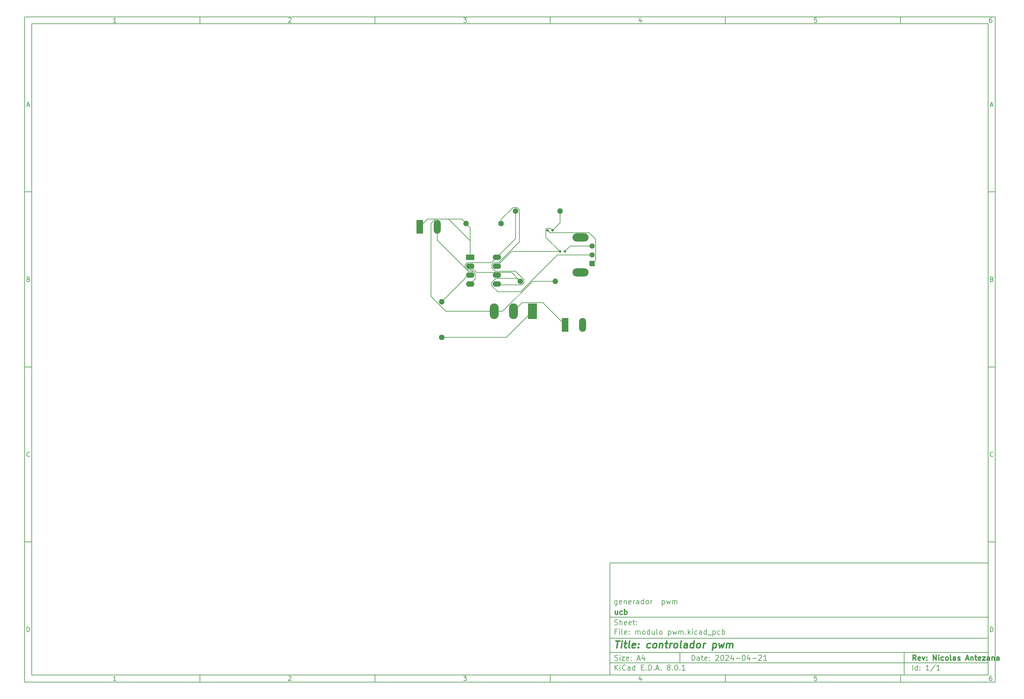
<source format=gbr>
%TF.GenerationSoftware,KiCad,Pcbnew,8.0.1*%
%TF.CreationDate,2024-04-21T23:09:34-04:00*%
%TF.ProjectId,modulo pwm,6d6f6475-6c6f-4207-9077-6d2e6b696361,Nicolas Antezana*%
%TF.SameCoordinates,Original*%
%TF.FileFunction,Copper,L1,Top*%
%TF.FilePolarity,Positive*%
%FSLAX46Y46*%
G04 Gerber Fmt 4.6, Leading zero omitted, Abs format (unit mm)*
G04 Created by KiCad (PCBNEW 8.0.1) date 2024-04-21 23:09:34*
%MOMM*%
%LPD*%
G01*
G04 APERTURE LIST*
G04 Aperture macros list*
%AMRoundRect*
0 Rectangle with rounded corners*
0 $1 Rounding radius*
0 $2 $3 $4 $5 $6 $7 $8 $9 X,Y pos of 4 corners*
0 Add a 4 corners polygon primitive as box body*
4,1,4,$2,$3,$4,$5,$6,$7,$8,$9,$2,$3,0*
0 Add four circle primitives for the rounded corners*
1,1,$1+$1,$2,$3*
1,1,$1+$1,$4,$5*
1,1,$1+$1,$6,$7*
1,1,$1+$1,$8,$9*
0 Add four rect primitives between the rounded corners*
20,1,$1+$1,$2,$3,$4,$5,0*
20,1,$1+$1,$4,$5,$6,$7,0*
20,1,$1+$1,$6,$7,$8,$9,0*
20,1,$1+$1,$8,$9,$2,$3,0*%
G04 Aperture macros list end*
%ADD10C,0.100000*%
%ADD11C,0.150000*%
%ADD12C,0.300000*%
%ADD13C,0.400000*%
%TA.AperFunction,ComponentPad*%
%ADD14O,1.600000X1.600000*%
%TD*%
%TA.AperFunction,ComponentPad*%
%ADD15C,1.600000*%
%TD*%
%TA.AperFunction,ComponentPad*%
%ADD16R,2.500000X4.500000*%
%TD*%
%TA.AperFunction,ComponentPad*%
%ADD17O,2.500000X4.500000*%
%TD*%
%TA.AperFunction,ComponentPad*%
%ADD18O,1.980000X3.960000*%
%TD*%
%TA.AperFunction,ComponentPad*%
%ADD19R,1.980000X3.960000*%
%TD*%
%TA.AperFunction,ComponentPad*%
%ADD20R,2.400000X1.600000*%
%TD*%
%TA.AperFunction,ComponentPad*%
%ADD21O,2.400000X1.600000*%
%TD*%
%TA.AperFunction,ComponentPad*%
%ADD22R,1.508000X1.508000*%
%TD*%
%TA.AperFunction,ComponentPad*%
%ADD23C,1.508000*%
%TD*%
%TA.AperFunction,ComponentPad*%
%ADD24O,4.600000X2.300000*%
%TD*%
%TA.AperFunction,SMDPad,CuDef*%
%ADD25RoundRect,0.150000X0.150000X0.200000X-0.150000X0.200000X-0.150000X-0.200000X0.150000X-0.200000X0*%
%TD*%
%TA.AperFunction,Conductor*%
%ADD26C,0.152400*%
%TD*%
G04 APERTURE END LIST*
D10*
D11*
X177002200Y-166007200D02*
X285002200Y-166007200D01*
X285002200Y-198007200D01*
X177002200Y-198007200D01*
X177002200Y-166007200D01*
D10*
D11*
X10000000Y-10000000D02*
X287002200Y-10000000D01*
X287002200Y-200007200D01*
X10000000Y-200007200D01*
X10000000Y-10000000D01*
D10*
D11*
X12000000Y-12000000D02*
X285002200Y-12000000D01*
X285002200Y-198007200D01*
X12000000Y-198007200D01*
X12000000Y-12000000D01*
D10*
D11*
X60000000Y-12000000D02*
X60000000Y-10000000D01*
D10*
D11*
X110000000Y-12000000D02*
X110000000Y-10000000D01*
D10*
D11*
X160000000Y-12000000D02*
X160000000Y-10000000D01*
D10*
D11*
X210000000Y-12000000D02*
X210000000Y-10000000D01*
D10*
D11*
X260000000Y-12000000D02*
X260000000Y-10000000D01*
D10*
D11*
X36089160Y-11593604D02*
X35346303Y-11593604D01*
X35717731Y-11593604D02*
X35717731Y-10293604D01*
X35717731Y-10293604D02*
X35593922Y-10479319D01*
X35593922Y-10479319D02*
X35470112Y-10603128D01*
X35470112Y-10603128D02*
X35346303Y-10665033D01*
D10*
D11*
X85346303Y-10417414D02*
X85408207Y-10355509D01*
X85408207Y-10355509D02*
X85532017Y-10293604D01*
X85532017Y-10293604D02*
X85841541Y-10293604D01*
X85841541Y-10293604D02*
X85965350Y-10355509D01*
X85965350Y-10355509D02*
X86027255Y-10417414D01*
X86027255Y-10417414D02*
X86089160Y-10541223D01*
X86089160Y-10541223D02*
X86089160Y-10665033D01*
X86089160Y-10665033D02*
X86027255Y-10850747D01*
X86027255Y-10850747D02*
X85284398Y-11593604D01*
X85284398Y-11593604D02*
X86089160Y-11593604D01*
D10*
D11*
X135284398Y-10293604D02*
X136089160Y-10293604D01*
X136089160Y-10293604D02*
X135655826Y-10788842D01*
X135655826Y-10788842D02*
X135841541Y-10788842D01*
X135841541Y-10788842D02*
X135965350Y-10850747D01*
X135965350Y-10850747D02*
X136027255Y-10912652D01*
X136027255Y-10912652D02*
X136089160Y-11036461D01*
X136089160Y-11036461D02*
X136089160Y-11345985D01*
X136089160Y-11345985D02*
X136027255Y-11469795D01*
X136027255Y-11469795D02*
X135965350Y-11531700D01*
X135965350Y-11531700D02*
X135841541Y-11593604D01*
X135841541Y-11593604D02*
X135470112Y-11593604D01*
X135470112Y-11593604D02*
X135346303Y-11531700D01*
X135346303Y-11531700D02*
X135284398Y-11469795D01*
D10*
D11*
X185965350Y-10726938D02*
X185965350Y-11593604D01*
X185655826Y-10231700D02*
X185346303Y-11160271D01*
X185346303Y-11160271D02*
X186151064Y-11160271D01*
D10*
D11*
X236027255Y-10293604D02*
X235408207Y-10293604D01*
X235408207Y-10293604D02*
X235346303Y-10912652D01*
X235346303Y-10912652D02*
X235408207Y-10850747D01*
X235408207Y-10850747D02*
X235532017Y-10788842D01*
X235532017Y-10788842D02*
X235841541Y-10788842D01*
X235841541Y-10788842D02*
X235965350Y-10850747D01*
X235965350Y-10850747D02*
X236027255Y-10912652D01*
X236027255Y-10912652D02*
X236089160Y-11036461D01*
X236089160Y-11036461D02*
X236089160Y-11345985D01*
X236089160Y-11345985D02*
X236027255Y-11469795D01*
X236027255Y-11469795D02*
X235965350Y-11531700D01*
X235965350Y-11531700D02*
X235841541Y-11593604D01*
X235841541Y-11593604D02*
X235532017Y-11593604D01*
X235532017Y-11593604D02*
X235408207Y-11531700D01*
X235408207Y-11531700D02*
X235346303Y-11469795D01*
D10*
D11*
X285965350Y-10293604D02*
X285717731Y-10293604D01*
X285717731Y-10293604D02*
X285593922Y-10355509D01*
X285593922Y-10355509D02*
X285532017Y-10417414D01*
X285532017Y-10417414D02*
X285408207Y-10603128D01*
X285408207Y-10603128D02*
X285346303Y-10850747D01*
X285346303Y-10850747D02*
X285346303Y-11345985D01*
X285346303Y-11345985D02*
X285408207Y-11469795D01*
X285408207Y-11469795D02*
X285470112Y-11531700D01*
X285470112Y-11531700D02*
X285593922Y-11593604D01*
X285593922Y-11593604D02*
X285841541Y-11593604D01*
X285841541Y-11593604D02*
X285965350Y-11531700D01*
X285965350Y-11531700D02*
X286027255Y-11469795D01*
X286027255Y-11469795D02*
X286089160Y-11345985D01*
X286089160Y-11345985D02*
X286089160Y-11036461D01*
X286089160Y-11036461D02*
X286027255Y-10912652D01*
X286027255Y-10912652D02*
X285965350Y-10850747D01*
X285965350Y-10850747D02*
X285841541Y-10788842D01*
X285841541Y-10788842D02*
X285593922Y-10788842D01*
X285593922Y-10788842D02*
X285470112Y-10850747D01*
X285470112Y-10850747D02*
X285408207Y-10912652D01*
X285408207Y-10912652D02*
X285346303Y-11036461D01*
D10*
D11*
X60000000Y-198007200D02*
X60000000Y-200007200D01*
D10*
D11*
X110000000Y-198007200D02*
X110000000Y-200007200D01*
D10*
D11*
X160000000Y-198007200D02*
X160000000Y-200007200D01*
D10*
D11*
X210000000Y-198007200D02*
X210000000Y-200007200D01*
D10*
D11*
X260000000Y-198007200D02*
X260000000Y-200007200D01*
D10*
D11*
X36089160Y-199600804D02*
X35346303Y-199600804D01*
X35717731Y-199600804D02*
X35717731Y-198300804D01*
X35717731Y-198300804D02*
X35593922Y-198486519D01*
X35593922Y-198486519D02*
X35470112Y-198610328D01*
X35470112Y-198610328D02*
X35346303Y-198672233D01*
D10*
D11*
X85346303Y-198424614D02*
X85408207Y-198362709D01*
X85408207Y-198362709D02*
X85532017Y-198300804D01*
X85532017Y-198300804D02*
X85841541Y-198300804D01*
X85841541Y-198300804D02*
X85965350Y-198362709D01*
X85965350Y-198362709D02*
X86027255Y-198424614D01*
X86027255Y-198424614D02*
X86089160Y-198548423D01*
X86089160Y-198548423D02*
X86089160Y-198672233D01*
X86089160Y-198672233D02*
X86027255Y-198857947D01*
X86027255Y-198857947D02*
X85284398Y-199600804D01*
X85284398Y-199600804D02*
X86089160Y-199600804D01*
D10*
D11*
X135284398Y-198300804D02*
X136089160Y-198300804D01*
X136089160Y-198300804D02*
X135655826Y-198796042D01*
X135655826Y-198796042D02*
X135841541Y-198796042D01*
X135841541Y-198796042D02*
X135965350Y-198857947D01*
X135965350Y-198857947D02*
X136027255Y-198919852D01*
X136027255Y-198919852D02*
X136089160Y-199043661D01*
X136089160Y-199043661D02*
X136089160Y-199353185D01*
X136089160Y-199353185D02*
X136027255Y-199476995D01*
X136027255Y-199476995D02*
X135965350Y-199538900D01*
X135965350Y-199538900D02*
X135841541Y-199600804D01*
X135841541Y-199600804D02*
X135470112Y-199600804D01*
X135470112Y-199600804D02*
X135346303Y-199538900D01*
X135346303Y-199538900D02*
X135284398Y-199476995D01*
D10*
D11*
X185965350Y-198734138D02*
X185965350Y-199600804D01*
X185655826Y-198238900D02*
X185346303Y-199167471D01*
X185346303Y-199167471D02*
X186151064Y-199167471D01*
D10*
D11*
X236027255Y-198300804D02*
X235408207Y-198300804D01*
X235408207Y-198300804D02*
X235346303Y-198919852D01*
X235346303Y-198919852D02*
X235408207Y-198857947D01*
X235408207Y-198857947D02*
X235532017Y-198796042D01*
X235532017Y-198796042D02*
X235841541Y-198796042D01*
X235841541Y-198796042D02*
X235965350Y-198857947D01*
X235965350Y-198857947D02*
X236027255Y-198919852D01*
X236027255Y-198919852D02*
X236089160Y-199043661D01*
X236089160Y-199043661D02*
X236089160Y-199353185D01*
X236089160Y-199353185D02*
X236027255Y-199476995D01*
X236027255Y-199476995D02*
X235965350Y-199538900D01*
X235965350Y-199538900D02*
X235841541Y-199600804D01*
X235841541Y-199600804D02*
X235532017Y-199600804D01*
X235532017Y-199600804D02*
X235408207Y-199538900D01*
X235408207Y-199538900D02*
X235346303Y-199476995D01*
D10*
D11*
X285965350Y-198300804D02*
X285717731Y-198300804D01*
X285717731Y-198300804D02*
X285593922Y-198362709D01*
X285593922Y-198362709D02*
X285532017Y-198424614D01*
X285532017Y-198424614D02*
X285408207Y-198610328D01*
X285408207Y-198610328D02*
X285346303Y-198857947D01*
X285346303Y-198857947D02*
X285346303Y-199353185D01*
X285346303Y-199353185D02*
X285408207Y-199476995D01*
X285408207Y-199476995D02*
X285470112Y-199538900D01*
X285470112Y-199538900D02*
X285593922Y-199600804D01*
X285593922Y-199600804D02*
X285841541Y-199600804D01*
X285841541Y-199600804D02*
X285965350Y-199538900D01*
X285965350Y-199538900D02*
X286027255Y-199476995D01*
X286027255Y-199476995D02*
X286089160Y-199353185D01*
X286089160Y-199353185D02*
X286089160Y-199043661D01*
X286089160Y-199043661D02*
X286027255Y-198919852D01*
X286027255Y-198919852D02*
X285965350Y-198857947D01*
X285965350Y-198857947D02*
X285841541Y-198796042D01*
X285841541Y-198796042D02*
X285593922Y-198796042D01*
X285593922Y-198796042D02*
X285470112Y-198857947D01*
X285470112Y-198857947D02*
X285408207Y-198919852D01*
X285408207Y-198919852D02*
X285346303Y-199043661D01*
D10*
D11*
X10000000Y-60000000D02*
X12000000Y-60000000D01*
D10*
D11*
X10000000Y-110000000D02*
X12000000Y-110000000D01*
D10*
D11*
X10000000Y-160000000D02*
X12000000Y-160000000D01*
D10*
D11*
X10690476Y-35222176D02*
X11309523Y-35222176D01*
X10566666Y-35593604D02*
X10999999Y-34293604D01*
X10999999Y-34293604D02*
X11433333Y-35593604D01*
D10*
D11*
X11092857Y-84912652D02*
X11278571Y-84974557D01*
X11278571Y-84974557D02*
X11340476Y-85036461D01*
X11340476Y-85036461D02*
X11402380Y-85160271D01*
X11402380Y-85160271D02*
X11402380Y-85345985D01*
X11402380Y-85345985D02*
X11340476Y-85469795D01*
X11340476Y-85469795D02*
X11278571Y-85531700D01*
X11278571Y-85531700D02*
X11154761Y-85593604D01*
X11154761Y-85593604D02*
X10659523Y-85593604D01*
X10659523Y-85593604D02*
X10659523Y-84293604D01*
X10659523Y-84293604D02*
X11092857Y-84293604D01*
X11092857Y-84293604D02*
X11216666Y-84355509D01*
X11216666Y-84355509D02*
X11278571Y-84417414D01*
X11278571Y-84417414D02*
X11340476Y-84541223D01*
X11340476Y-84541223D02*
X11340476Y-84665033D01*
X11340476Y-84665033D02*
X11278571Y-84788842D01*
X11278571Y-84788842D02*
X11216666Y-84850747D01*
X11216666Y-84850747D02*
X11092857Y-84912652D01*
X11092857Y-84912652D02*
X10659523Y-84912652D01*
D10*
D11*
X11402380Y-135469795D02*
X11340476Y-135531700D01*
X11340476Y-135531700D02*
X11154761Y-135593604D01*
X11154761Y-135593604D02*
X11030952Y-135593604D01*
X11030952Y-135593604D02*
X10845238Y-135531700D01*
X10845238Y-135531700D02*
X10721428Y-135407890D01*
X10721428Y-135407890D02*
X10659523Y-135284080D01*
X10659523Y-135284080D02*
X10597619Y-135036461D01*
X10597619Y-135036461D02*
X10597619Y-134850747D01*
X10597619Y-134850747D02*
X10659523Y-134603128D01*
X10659523Y-134603128D02*
X10721428Y-134479319D01*
X10721428Y-134479319D02*
X10845238Y-134355509D01*
X10845238Y-134355509D02*
X11030952Y-134293604D01*
X11030952Y-134293604D02*
X11154761Y-134293604D01*
X11154761Y-134293604D02*
X11340476Y-134355509D01*
X11340476Y-134355509D02*
X11402380Y-134417414D01*
D10*
D11*
X10659523Y-185593604D02*
X10659523Y-184293604D01*
X10659523Y-184293604D02*
X10969047Y-184293604D01*
X10969047Y-184293604D02*
X11154761Y-184355509D01*
X11154761Y-184355509D02*
X11278571Y-184479319D01*
X11278571Y-184479319D02*
X11340476Y-184603128D01*
X11340476Y-184603128D02*
X11402380Y-184850747D01*
X11402380Y-184850747D02*
X11402380Y-185036461D01*
X11402380Y-185036461D02*
X11340476Y-185284080D01*
X11340476Y-185284080D02*
X11278571Y-185407890D01*
X11278571Y-185407890D02*
X11154761Y-185531700D01*
X11154761Y-185531700D02*
X10969047Y-185593604D01*
X10969047Y-185593604D02*
X10659523Y-185593604D01*
D10*
D11*
X287002200Y-60000000D02*
X285002200Y-60000000D01*
D10*
D11*
X287002200Y-110000000D02*
X285002200Y-110000000D01*
D10*
D11*
X287002200Y-160000000D02*
X285002200Y-160000000D01*
D10*
D11*
X285692676Y-35222176D02*
X286311723Y-35222176D01*
X285568866Y-35593604D02*
X286002199Y-34293604D01*
X286002199Y-34293604D02*
X286435533Y-35593604D01*
D10*
D11*
X286095057Y-84912652D02*
X286280771Y-84974557D01*
X286280771Y-84974557D02*
X286342676Y-85036461D01*
X286342676Y-85036461D02*
X286404580Y-85160271D01*
X286404580Y-85160271D02*
X286404580Y-85345985D01*
X286404580Y-85345985D02*
X286342676Y-85469795D01*
X286342676Y-85469795D02*
X286280771Y-85531700D01*
X286280771Y-85531700D02*
X286156961Y-85593604D01*
X286156961Y-85593604D02*
X285661723Y-85593604D01*
X285661723Y-85593604D02*
X285661723Y-84293604D01*
X285661723Y-84293604D02*
X286095057Y-84293604D01*
X286095057Y-84293604D02*
X286218866Y-84355509D01*
X286218866Y-84355509D02*
X286280771Y-84417414D01*
X286280771Y-84417414D02*
X286342676Y-84541223D01*
X286342676Y-84541223D02*
X286342676Y-84665033D01*
X286342676Y-84665033D02*
X286280771Y-84788842D01*
X286280771Y-84788842D02*
X286218866Y-84850747D01*
X286218866Y-84850747D02*
X286095057Y-84912652D01*
X286095057Y-84912652D02*
X285661723Y-84912652D01*
D10*
D11*
X286404580Y-135469795D02*
X286342676Y-135531700D01*
X286342676Y-135531700D02*
X286156961Y-135593604D01*
X286156961Y-135593604D02*
X286033152Y-135593604D01*
X286033152Y-135593604D02*
X285847438Y-135531700D01*
X285847438Y-135531700D02*
X285723628Y-135407890D01*
X285723628Y-135407890D02*
X285661723Y-135284080D01*
X285661723Y-135284080D02*
X285599819Y-135036461D01*
X285599819Y-135036461D02*
X285599819Y-134850747D01*
X285599819Y-134850747D02*
X285661723Y-134603128D01*
X285661723Y-134603128D02*
X285723628Y-134479319D01*
X285723628Y-134479319D02*
X285847438Y-134355509D01*
X285847438Y-134355509D02*
X286033152Y-134293604D01*
X286033152Y-134293604D02*
X286156961Y-134293604D01*
X286156961Y-134293604D02*
X286342676Y-134355509D01*
X286342676Y-134355509D02*
X286404580Y-134417414D01*
D10*
D11*
X285661723Y-185593604D02*
X285661723Y-184293604D01*
X285661723Y-184293604D02*
X285971247Y-184293604D01*
X285971247Y-184293604D02*
X286156961Y-184355509D01*
X286156961Y-184355509D02*
X286280771Y-184479319D01*
X286280771Y-184479319D02*
X286342676Y-184603128D01*
X286342676Y-184603128D02*
X286404580Y-184850747D01*
X286404580Y-184850747D02*
X286404580Y-185036461D01*
X286404580Y-185036461D02*
X286342676Y-185284080D01*
X286342676Y-185284080D02*
X286280771Y-185407890D01*
X286280771Y-185407890D02*
X286156961Y-185531700D01*
X286156961Y-185531700D02*
X285971247Y-185593604D01*
X285971247Y-185593604D02*
X285661723Y-185593604D01*
D10*
D11*
X200458026Y-193793328D02*
X200458026Y-192293328D01*
X200458026Y-192293328D02*
X200815169Y-192293328D01*
X200815169Y-192293328D02*
X201029455Y-192364757D01*
X201029455Y-192364757D02*
X201172312Y-192507614D01*
X201172312Y-192507614D02*
X201243741Y-192650471D01*
X201243741Y-192650471D02*
X201315169Y-192936185D01*
X201315169Y-192936185D02*
X201315169Y-193150471D01*
X201315169Y-193150471D02*
X201243741Y-193436185D01*
X201243741Y-193436185D02*
X201172312Y-193579042D01*
X201172312Y-193579042D02*
X201029455Y-193721900D01*
X201029455Y-193721900D02*
X200815169Y-193793328D01*
X200815169Y-193793328D02*
X200458026Y-193793328D01*
X202600884Y-193793328D02*
X202600884Y-193007614D01*
X202600884Y-193007614D02*
X202529455Y-192864757D01*
X202529455Y-192864757D02*
X202386598Y-192793328D01*
X202386598Y-192793328D02*
X202100884Y-192793328D01*
X202100884Y-192793328D02*
X201958026Y-192864757D01*
X202600884Y-193721900D02*
X202458026Y-193793328D01*
X202458026Y-193793328D02*
X202100884Y-193793328D01*
X202100884Y-193793328D02*
X201958026Y-193721900D01*
X201958026Y-193721900D02*
X201886598Y-193579042D01*
X201886598Y-193579042D02*
X201886598Y-193436185D01*
X201886598Y-193436185D02*
X201958026Y-193293328D01*
X201958026Y-193293328D02*
X202100884Y-193221900D01*
X202100884Y-193221900D02*
X202458026Y-193221900D01*
X202458026Y-193221900D02*
X202600884Y-193150471D01*
X203100884Y-192793328D02*
X203672312Y-192793328D01*
X203315169Y-192293328D02*
X203315169Y-193579042D01*
X203315169Y-193579042D02*
X203386598Y-193721900D01*
X203386598Y-193721900D02*
X203529455Y-193793328D01*
X203529455Y-193793328D02*
X203672312Y-193793328D01*
X204743741Y-193721900D02*
X204600884Y-193793328D01*
X204600884Y-193793328D02*
X204315170Y-193793328D01*
X204315170Y-193793328D02*
X204172312Y-193721900D01*
X204172312Y-193721900D02*
X204100884Y-193579042D01*
X204100884Y-193579042D02*
X204100884Y-193007614D01*
X204100884Y-193007614D02*
X204172312Y-192864757D01*
X204172312Y-192864757D02*
X204315170Y-192793328D01*
X204315170Y-192793328D02*
X204600884Y-192793328D01*
X204600884Y-192793328D02*
X204743741Y-192864757D01*
X204743741Y-192864757D02*
X204815170Y-193007614D01*
X204815170Y-193007614D02*
X204815170Y-193150471D01*
X204815170Y-193150471D02*
X204100884Y-193293328D01*
X205458026Y-193650471D02*
X205529455Y-193721900D01*
X205529455Y-193721900D02*
X205458026Y-193793328D01*
X205458026Y-193793328D02*
X205386598Y-193721900D01*
X205386598Y-193721900D02*
X205458026Y-193650471D01*
X205458026Y-193650471D02*
X205458026Y-193793328D01*
X205458026Y-192864757D02*
X205529455Y-192936185D01*
X205529455Y-192936185D02*
X205458026Y-193007614D01*
X205458026Y-193007614D02*
X205386598Y-192936185D01*
X205386598Y-192936185D02*
X205458026Y-192864757D01*
X205458026Y-192864757D02*
X205458026Y-193007614D01*
X207243741Y-192436185D02*
X207315169Y-192364757D01*
X207315169Y-192364757D02*
X207458027Y-192293328D01*
X207458027Y-192293328D02*
X207815169Y-192293328D01*
X207815169Y-192293328D02*
X207958027Y-192364757D01*
X207958027Y-192364757D02*
X208029455Y-192436185D01*
X208029455Y-192436185D02*
X208100884Y-192579042D01*
X208100884Y-192579042D02*
X208100884Y-192721900D01*
X208100884Y-192721900D02*
X208029455Y-192936185D01*
X208029455Y-192936185D02*
X207172312Y-193793328D01*
X207172312Y-193793328D02*
X208100884Y-193793328D01*
X209029455Y-192293328D02*
X209172312Y-192293328D01*
X209172312Y-192293328D02*
X209315169Y-192364757D01*
X209315169Y-192364757D02*
X209386598Y-192436185D01*
X209386598Y-192436185D02*
X209458026Y-192579042D01*
X209458026Y-192579042D02*
X209529455Y-192864757D01*
X209529455Y-192864757D02*
X209529455Y-193221900D01*
X209529455Y-193221900D02*
X209458026Y-193507614D01*
X209458026Y-193507614D02*
X209386598Y-193650471D01*
X209386598Y-193650471D02*
X209315169Y-193721900D01*
X209315169Y-193721900D02*
X209172312Y-193793328D01*
X209172312Y-193793328D02*
X209029455Y-193793328D01*
X209029455Y-193793328D02*
X208886598Y-193721900D01*
X208886598Y-193721900D02*
X208815169Y-193650471D01*
X208815169Y-193650471D02*
X208743740Y-193507614D01*
X208743740Y-193507614D02*
X208672312Y-193221900D01*
X208672312Y-193221900D02*
X208672312Y-192864757D01*
X208672312Y-192864757D02*
X208743740Y-192579042D01*
X208743740Y-192579042D02*
X208815169Y-192436185D01*
X208815169Y-192436185D02*
X208886598Y-192364757D01*
X208886598Y-192364757D02*
X209029455Y-192293328D01*
X210100883Y-192436185D02*
X210172311Y-192364757D01*
X210172311Y-192364757D02*
X210315169Y-192293328D01*
X210315169Y-192293328D02*
X210672311Y-192293328D01*
X210672311Y-192293328D02*
X210815169Y-192364757D01*
X210815169Y-192364757D02*
X210886597Y-192436185D01*
X210886597Y-192436185D02*
X210958026Y-192579042D01*
X210958026Y-192579042D02*
X210958026Y-192721900D01*
X210958026Y-192721900D02*
X210886597Y-192936185D01*
X210886597Y-192936185D02*
X210029454Y-193793328D01*
X210029454Y-193793328D02*
X210958026Y-193793328D01*
X212243740Y-192793328D02*
X212243740Y-193793328D01*
X211886597Y-192221900D02*
X211529454Y-193293328D01*
X211529454Y-193293328D02*
X212458025Y-193293328D01*
X213029453Y-193221900D02*
X214172311Y-193221900D01*
X215172311Y-192293328D02*
X215315168Y-192293328D01*
X215315168Y-192293328D02*
X215458025Y-192364757D01*
X215458025Y-192364757D02*
X215529454Y-192436185D01*
X215529454Y-192436185D02*
X215600882Y-192579042D01*
X215600882Y-192579042D02*
X215672311Y-192864757D01*
X215672311Y-192864757D02*
X215672311Y-193221900D01*
X215672311Y-193221900D02*
X215600882Y-193507614D01*
X215600882Y-193507614D02*
X215529454Y-193650471D01*
X215529454Y-193650471D02*
X215458025Y-193721900D01*
X215458025Y-193721900D02*
X215315168Y-193793328D01*
X215315168Y-193793328D02*
X215172311Y-193793328D01*
X215172311Y-193793328D02*
X215029454Y-193721900D01*
X215029454Y-193721900D02*
X214958025Y-193650471D01*
X214958025Y-193650471D02*
X214886596Y-193507614D01*
X214886596Y-193507614D02*
X214815168Y-193221900D01*
X214815168Y-193221900D02*
X214815168Y-192864757D01*
X214815168Y-192864757D02*
X214886596Y-192579042D01*
X214886596Y-192579042D02*
X214958025Y-192436185D01*
X214958025Y-192436185D02*
X215029454Y-192364757D01*
X215029454Y-192364757D02*
X215172311Y-192293328D01*
X216958025Y-192793328D02*
X216958025Y-193793328D01*
X216600882Y-192221900D02*
X216243739Y-193293328D01*
X216243739Y-193293328D02*
X217172310Y-193293328D01*
X217743738Y-193221900D02*
X218886596Y-193221900D01*
X219529453Y-192436185D02*
X219600881Y-192364757D01*
X219600881Y-192364757D02*
X219743739Y-192293328D01*
X219743739Y-192293328D02*
X220100881Y-192293328D01*
X220100881Y-192293328D02*
X220243739Y-192364757D01*
X220243739Y-192364757D02*
X220315167Y-192436185D01*
X220315167Y-192436185D02*
X220386596Y-192579042D01*
X220386596Y-192579042D02*
X220386596Y-192721900D01*
X220386596Y-192721900D02*
X220315167Y-192936185D01*
X220315167Y-192936185D02*
X219458024Y-193793328D01*
X219458024Y-193793328D02*
X220386596Y-193793328D01*
X221815167Y-193793328D02*
X220958024Y-193793328D01*
X221386595Y-193793328D02*
X221386595Y-192293328D01*
X221386595Y-192293328D02*
X221243738Y-192507614D01*
X221243738Y-192507614D02*
X221100881Y-192650471D01*
X221100881Y-192650471D02*
X220958024Y-192721900D01*
D10*
D11*
X177002200Y-194507200D02*
X285002200Y-194507200D01*
D10*
D11*
X178458026Y-196593328D02*
X178458026Y-195093328D01*
X179315169Y-196593328D02*
X178672312Y-195736185D01*
X179315169Y-195093328D02*
X178458026Y-195950471D01*
X179958026Y-196593328D02*
X179958026Y-195593328D01*
X179958026Y-195093328D02*
X179886598Y-195164757D01*
X179886598Y-195164757D02*
X179958026Y-195236185D01*
X179958026Y-195236185D02*
X180029455Y-195164757D01*
X180029455Y-195164757D02*
X179958026Y-195093328D01*
X179958026Y-195093328D02*
X179958026Y-195236185D01*
X181529455Y-196450471D02*
X181458027Y-196521900D01*
X181458027Y-196521900D02*
X181243741Y-196593328D01*
X181243741Y-196593328D02*
X181100884Y-196593328D01*
X181100884Y-196593328D02*
X180886598Y-196521900D01*
X180886598Y-196521900D02*
X180743741Y-196379042D01*
X180743741Y-196379042D02*
X180672312Y-196236185D01*
X180672312Y-196236185D02*
X180600884Y-195950471D01*
X180600884Y-195950471D02*
X180600884Y-195736185D01*
X180600884Y-195736185D02*
X180672312Y-195450471D01*
X180672312Y-195450471D02*
X180743741Y-195307614D01*
X180743741Y-195307614D02*
X180886598Y-195164757D01*
X180886598Y-195164757D02*
X181100884Y-195093328D01*
X181100884Y-195093328D02*
X181243741Y-195093328D01*
X181243741Y-195093328D02*
X181458027Y-195164757D01*
X181458027Y-195164757D02*
X181529455Y-195236185D01*
X182815170Y-196593328D02*
X182815170Y-195807614D01*
X182815170Y-195807614D02*
X182743741Y-195664757D01*
X182743741Y-195664757D02*
X182600884Y-195593328D01*
X182600884Y-195593328D02*
X182315170Y-195593328D01*
X182315170Y-195593328D02*
X182172312Y-195664757D01*
X182815170Y-196521900D02*
X182672312Y-196593328D01*
X182672312Y-196593328D02*
X182315170Y-196593328D01*
X182315170Y-196593328D02*
X182172312Y-196521900D01*
X182172312Y-196521900D02*
X182100884Y-196379042D01*
X182100884Y-196379042D02*
X182100884Y-196236185D01*
X182100884Y-196236185D02*
X182172312Y-196093328D01*
X182172312Y-196093328D02*
X182315170Y-196021900D01*
X182315170Y-196021900D02*
X182672312Y-196021900D01*
X182672312Y-196021900D02*
X182815170Y-195950471D01*
X184172313Y-196593328D02*
X184172313Y-195093328D01*
X184172313Y-196521900D02*
X184029455Y-196593328D01*
X184029455Y-196593328D02*
X183743741Y-196593328D01*
X183743741Y-196593328D02*
X183600884Y-196521900D01*
X183600884Y-196521900D02*
X183529455Y-196450471D01*
X183529455Y-196450471D02*
X183458027Y-196307614D01*
X183458027Y-196307614D02*
X183458027Y-195879042D01*
X183458027Y-195879042D02*
X183529455Y-195736185D01*
X183529455Y-195736185D02*
X183600884Y-195664757D01*
X183600884Y-195664757D02*
X183743741Y-195593328D01*
X183743741Y-195593328D02*
X184029455Y-195593328D01*
X184029455Y-195593328D02*
X184172313Y-195664757D01*
X186029455Y-195807614D02*
X186529455Y-195807614D01*
X186743741Y-196593328D02*
X186029455Y-196593328D01*
X186029455Y-196593328D02*
X186029455Y-195093328D01*
X186029455Y-195093328D02*
X186743741Y-195093328D01*
X187386598Y-196450471D02*
X187458027Y-196521900D01*
X187458027Y-196521900D02*
X187386598Y-196593328D01*
X187386598Y-196593328D02*
X187315170Y-196521900D01*
X187315170Y-196521900D02*
X187386598Y-196450471D01*
X187386598Y-196450471D02*
X187386598Y-196593328D01*
X188100884Y-196593328D02*
X188100884Y-195093328D01*
X188100884Y-195093328D02*
X188458027Y-195093328D01*
X188458027Y-195093328D02*
X188672313Y-195164757D01*
X188672313Y-195164757D02*
X188815170Y-195307614D01*
X188815170Y-195307614D02*
X188886599Y-195450471D01*
X188886599Y-195450471D02*
X188958027Y-195736185D01*
X188958027Y-195736185D02*
X188958027Y-195950471D01*
X188958027Y-195950471D02*
X188886599Y-196236185D01*
X188886599Y-196236185D02*
X188815170Y-196379042D01*
X188815170Y-196379042D02*
X188672313Y-196521900D01*
X188672313Y-196521900D02*
X188458027Y-196593328D01*
X188458027Y-196593328D02*
X188100884Y-196593328D01*
X189600884Y-196450471D02*
X189672313Y-196521900D01*
X189672313Y-196521900D02*
X189600884Y-196593328D01*
X189600884Y-196593328D02*
X189529456Y-196521900D01*
X189529456Y-196521900D02*
X189600884Y-196450471D01*
X189600884Y-196450471D02*
X189600884Y-196593328D01*
X190243742Y-196164757D02*
X190958028Y-196164757D01*
X190100885Y-196593328D02*
X190600885Y-195093328D01*
X190600885Y-195093328D02*
X191100885Y-196593328D01*
X191600884Y-196450471D02*
X191672313Y-196521900D01*
X191672313Y-196521900D02*
X191600884Y-196593328D01*
X191600884Y-196593328D02*
X191529456Y-196521900D01*
X191529456Y-196521900D02*
X191600884Y-196450471D01*
X191600884Y-196450471D02*
X191600884Y-196593328D01*
X193672313Y-195736185D02*
X193529456Y-195664757D01*
X193529456Y-195664757D02*
X193458027Y-195593328D01*
X193458027Y-195593328D02*
X193386599Y-195450471D01*
X193386599Y-195450471D02*
X193386599Y-195379042D01*
X193386599Y-195379042D02*
X193458027Y-195236185D01*
X193458027Y-195236185D02*
X193529456Y-195164757D01*
X193529456Y-195164757D02*
X193672313Y-195093328D01*
X193672313Y-195093328D02*
X193958027Y-195093328D01*
X193958027Y-195093328D02*
X194100885Y-195164757D01*
X194100885Y-195164757D02*
X194172313Y-195236185D01*
X194172313Y-195236185D02*
X194243742Y-195379042D01*
X194243742Y-195379042D02*
X194243742Y-195450471D01*
X194243742Y-195450471D02*
X194172313Y-195593328D01*
X194172313Y-195593328D02*
X194100885Y-195664757D01*
X194100885Y-195664757D02*
X193958027Y-195736185D01*
X193958027Y-195736185D02*
X193672313Y-195736185D01*
X193672313Y-195736185D02*
X193529456Y-195807614D01*
X193529456Y-195807614D02*
X193458027Y-195879042D01*
X193458027Y-195879042D02*
X193386599Y-196021900D01*
X193386599Y-196021900D02*
X193386599Y-196307614D01*
X193386599Y-196307614D02*
X193458027Y-196450471D01*
X193458027Y-196450471D02*
X193529456Y-196521900D01*
X193529456Y-196521900D02*
X193672313Y-196593328D01*
X193672313Y-196593328D02*
X193958027Y-196593328D01*
X193958027Y-196593328D02*
X194100885Y-196521900D01*
X194100885Y-196521900D02*
X194172313Y-196450471D01*
X194172313Y-196450471D02*
X194243742Y-196307614D01*
X194243742Y-196307614D02*
X194243742Y-196021900D01*
X194243742Y-196021900D02*
X194172313Y-195879042D01*
X194172313Y-195879042D02*
X194100885Y-195807614D01*
X194100885Y-195807614D02*
X193958027Y-195736185D01*
X194886598Y-196450471D02*
X194958027Y-196521900D01*
X194958027Y-196521900D02*
X194886598Y-196593328D01*
X194886598Y-196593328D02*
X194815170Y-196521900D01*
X194815170Y-196521900D02*
X194886598Y-196450471D01*
X194886598Y-196450471D02*
X194886598Y-196593328D01*
X195886599Y-195093328D02*
X196029456Y-195093328D01*
X196029456Y-195093328D02*
X196172313Y-195164757D01*
X196172313Y-195164757D02*
X196243742Y-195236185D01*
X196243742Y-195236185D02*
X196315170Y-195379042D01*
X196315170Y-195379042D02*
X196386599Y-195664757D01*
X196386599Y-195664757D02*
X196386599Y-196021900D01*
X196386599Y-196021900D02*
X196315170Y-196307614D01*
X196315170Y-196307614D02*
X196243742Y-196450471D01*
X196243742Y-196450471D02*
X196172313Y-196521900D01*
X196172313Y-196521900D02*
X196029456Y-196593328D01*
X196029456Y-196593328D02*
X195886599Y-196593328D01*
X195886599Y-196593328D02*
X195743742Y-196521900D01*
X195743742Y-196521900D02*
X195672313Y-196450471D01*
X195672313Y-196450471D02*
X195600884Y-196307614D01*
X195600884Y-196307614D02*
X195529456Y-196021900D01*
X195529456Y-196021900D02*
X195529456Y-195664757D01*
X195529456Y-195664757D02*
X195600884Y-195379042D01*
X195600884Y-195379042D02*
X195672313Y-195236185D01*
X195672313Y-195236185D02*
X195743742Y-195164757D01*
X195743742Y-195164757D02*
X195886599Y-195093328D01*
X197029455Y-196450471D02*
X197100884Y-196521900D01*
X197100884Y-196521900D02*
X197029455Y-196593328D01*
X197029455Y-196593328D02*
X196958027Y-196521900D01*
X196958027Y-196521900D02*
X197029455Y-196450471D01*
X197029455Y-196450471D02*
X197029455Y-196593328D01*
X198529456Y-196593328D02*
X197672313Y-196593328D01*
X198100884Y-196593328D02*
X198100884Y-195093328D01*
X198100884Y-195093328D02*
X197958027Y-195307614D01*
X197958027Y-195307614D02*
X197815170Y-195450471D01*
X197815170Y-195450471D02*
X197672313Y-195521900D01*
D10*
D11*
X177002200Y-191507200D02*
X285002200Y-191507200D01*
D10*
D12*
X264413853Y-193785528D02*
X263913853Y-193071242D01*
X263556710Y-193785528D02*
X263556710Y-192285528D01*
X263556710Y-192285528D02*
X264128139Y-192285528D01*
X264128139Y-192285528D02*
X264270996Y-192356957D01*
X264270996Y-192356957D02*
X264342425Y-192428385D01*
X264342425Y-192428385D02*
X264413853Y-192571242D01*
X264413853Y-192571242D02*
X264413853Y-192785528D01*
X264413853Y-192785528D02*
X264342425Y-192928385D01*
X264342425Y-192928385D02*
X264270996Y-192999814D01*
X264270996Y-192999814D02*
X264128139Y-193071242D01*
X264128139Y-193071242D02*
X263556710Y-193071242D01*
X265628139Y-193714100D02*
X265485282Y-193785528D01*
X265485282Y-193785528D02*
X265199568Y-193785528D01*
X265199568Y-193785528D02*
X265056710Y-193714100D01*
X265056710Y-193714100D02*
X264985282Y-193571242D01*
X264985282Y-193571242D02*
X264985282Y-192999814D01*
X264985282Y-192999814D02*
X265056710Y-192856957D01*
X265056710Y-192856957D02*
X265199568Y-192785528D01*
X265199568Y-192785528D02*
X265485282Y-192785528D01*
X265485282Y-192785528D02*
X265628139Y-192856957D01*
X265628139Y-192856957D02*
X265699568Y-192999814D01*
X265699568Y-192999814D02*
X265699568Y-193142671D01*
X265699568Y-193142671D02*
X264985282Y-193285528D01*
X266199567Y-192785528D02*
X266556710Y-193785528D01*
X266556710Y-193785528D02*
X266913853Y-192785528D01*
X267485281Y-193642671D02*
X267556710Y-193714100D01*
X267556710Y-193714100D02*
X267485281Y-193785528D01*
X267485281Y-193785528D02*
X267413853Y-193714100D01*
X267413853Y-193714100D02*
X267485281Y-193642671D01*
X267485281Y-193642671D02*
X267485281Y-193785528D01*
X267485281Y-192856957D02*
X267556710Y-192928385D01*
X267556710Y-192928385D02*
X267485281Y-192999814D01*
X267485281Y-192999814D02*
X267413853Y-192928385D01*
X267413853Y-192928385D02*
X267485281Y-192856957D01*
X267485281Y-192856957D02*
X267485281Y-192999814D01*
X269342424Y-193785528D02*
X269342424Y-192285528D01*
X269342424Y-192285528D02*
X270199567Y-193785528D01*
X270199567Y-193785528D02*
X270199567Y-192285528D01*
X270913853Y-193785528D02*
X270913853Y-192785528D01*
X270913853Y-192285528D02*
X270842425Y-192356957D01*
X270842425Y-192356957D02*
X270913853Y-192428385D01*
X270913853Y-192428385D02*
X270985282Y-192356957D01*
X270985282Y-192356957D02*
X270913853Y-192285528D01*
X270913853Y-192285528D02*
X270913853Y-192428385D01*
X272270997Y-193714100D02*
X272128139Y-193785528D01*
X272128139Y-193785528D02*
X271842425Y-193785528D01*
X271842425Y-193785528D02*
X271699568Y-193714100D01*
X271699568Y-193714100D02*
X271628139Y-193642671D01*
X271628139Y-193642671D02*
X271556711Y-193499814D01*
X271556711Y-193499814D02*
X271556711Y-193071242D01*
X271556711Y-193071242D02*
X271628139Y-192928385D01*
X271628139Y-192928385D02*
X271699568Y-192856957D01*
X271699568Y-192856957D02*
X271842425Y-192785528D01*
X271842425Y-192785528D02*
X272128139Y-192785528D01*
X272128139Y-192785528D02*
X272270997Y-192856957D01*
X273128139Y-193785528D02*
X272985282Y-193714100D01*
X272985282Y-193714100D02*
X272913853Y-193642671D01*
X272913853Y-193642671D02*
X272842425Y-193499814D01*
X272842425Y-193499814D02*
X272842425Y-193071242D01*
X272842425Y-193071242D02*
X272913853Y-192928385D01*
X272913853Y-192928385D02*
X272985282Y-192856957D01*
X272985282Y-192856957D02*
X273128139Y-192785528D01*
X273128139Y-192785528D02*
X273342425Y-192785528D01*
X273342425Y-192785528D02*
X273485282Y-192856957D01*
X273485282Y-192856957D02*
X273556711Y-192928385D01*
X273556711Y-192928385D02*
X273628139Y-193071242D01*
X273628139Y-193071242D02*
X273628139Y-193499814D01*
X273628139Y-193499814D02*
X273556711Y-193642671D01*
X273556711Y-193642671D02*
X273485282Y-193714100D01*
X273485282Y-193714100D02*
X273342425Y-193785528D01*
X273342425Y-193785528D02*
X273128139Y-193785528D01*
X274485282Y-193785528D02*
X274342425Y-193714100D01*
X274342425Y-193714100D02*
X274270996Y-193571242D01*
X274270996Y-193571242D02*
X274270996Y-192285528D01*
X275699568Y-193785528D02*
X275699568Y-192999814D01*
X275699568Y-192999814D02*
X275628139Y-192856957D01*
X275628139Y-192856957D02*
X275485282Y-192785528D01*
X275485282Y-192785528D02*
X275199568Y-192785528D01*
X275199568Y-192785528D02*
X275056710Y-192856957D01*
X275699568Y-193714100D02*
X275556710Y-193785528D01*
X275556710Y-193785528D02*
X275199568Y-193785528D01*
X275199568Y-193785528D02*
X275056710Y-193714100D01*
X275056710Y-193714100D02*
X274985282Y-193571242D01*
X274985282Y-193571242D02*
X274985282Y-193428385D01*
X274985282Y-193428385D02*
X275056710Y-193285528D01*
X275056710Y-193285528D02*
X275199568Y-193214100D01*
X275199568Y-193214100D02*
X275556710Y-193214100D01*
X275556710Y-193214100D02*
X275699568Y-193142671D01*
X276342425Y-193714100D02*
X276485282Y-193785528D01*
X276485282Y-193785528D02*
X276770996Y-193785528D01*
X276770996Y-193785528D02*
X276913853Y-193714100D01*
X276913853Y-193714100D02*
X276985282Y-193571242D01*
X276985282Y-193571242D02*
X276985282Y-193499814D01*
X276985282Y-193499814D02*
X276913853Y-193356957D01*
X276913853Y-193356957D02*
X276770996Y-193285528D01*
X276770996Y-193285528D02*
X276556711Y-193285528D01*
X276556711Y-193285528D02*
X276413853Y-193214100D01*
X276413853Y-193214100D02*
X276342425Y-193071242D01*
X276342425Y-193071242D02*
X276342425Y-192999814D01*
X276342425Y-192999814D02*
X276413853Y-192856957D01*
X276413853Y-192856957D02*
X276556711Y-192785528D01*
X276556711Y-192785528D02*
X276770996Y-192785528D01*
X276770996Y-192785528D02*
X276913853Y-192856957D01*
X278699568Y-193356957D02*
X279413854Y-193356957D01*
X278556711Y-193785528D02*
X279056711Y-192285528D01*
X279056711Y-192285528D02*
X279556711Y-193785528D01*
X280056710Y-192785528D02*
X280056710Y-193785528D01*
X280056710Y-192928385D02*
X280128139Y-192856957D01*
X280128139Y-192856957D02*
X280270996Y-192785528D01*
X280270996Y-192785528D02*
X280485282Y-192785528D01*
X280485282Y-192785528D02*
X280628139Y-192856957D01*
X280628139Y-192856957D02*
X280699568Y-192999814D01*
X280699568Y-192999814D02*
X280699568Y-193785528D01*
X281199568Y-192785528D02*
X281770996Y-192785528D01*
X281413853Y-192285528D02*
X281413853Y-193571242D01*
X281413853Y-193571242D02*
X281485282Y-193714100D01*
X281485282Y-193714100D02*
X281628139Y-193785528D01*
X281628139Y-193785528D02*
X281770996Y-193785528D01*
X282842425Y-193714100D02*
X282699568Y-193785528D01*
X282699568Y-193785528D02*
X282413854Y-193785528D01*
X282413854Y-193785528D02*
X282270996Y-193714100D01*
X282270996Y-193714100D02*
X282199568Y-193571242D01*
X282199568Y-193571242D02*
X282199568Y-192999814D01*
X282199568Y-192999814D02*
X282270996Y-192856957D01*
X282270996Y-192856957D02*
X282413854Y-192785528D01*
X282413854Y-192785528D02*
X282699568Y-192785528D01*
X282699568Y-192785528D02*
X282842425Y-192856957D01*
X282842425Y-192856957D02*
X282913854Y-192999814D01*
X282913854Y-192999814D02*
X282913854Y-193142671D01*
X282913854Y-193142671D02*
X282199568Y-193285528D01*
X283413853Y-192785528D02*
X284199568Y-192785528D01*
X284199568Y-192785528D02*
X283413853Y-193785528D01*
X283413853Y-193785528D02*
X284199568Y-193785528D01*
X285413854Y-193785528D02*
X285413854Y-192999814D01*
X285413854Y-192999814D02*
X285342425Y-192856957D01*
X285342425Y-192856957D02*
X285199568Y-192785528D01*
X285199568Y-192785528D02*
X284913854Y-192785528D01*
X284913854Y-192785528D02*
X284770996Y-192856957D01*
X285413854Y-193714100D02*
X285270996Y-193785528D01*
X285270996Y-193785528D02*
X284913854Y-193785528D01*
X284913854Y-193785528D02*
X284770996Y-193714100D01*
X284770996Y-193714100D02*
X284699568Y-193571242D01*
X284699568Y-193571242D02*
X284699568Y-193428385D01*
X284699568Y-193428385D02*
X284770996Y-193285528D01*
X284770996Y-193285528D02*
X284913854Y-193214100D01*
X284913854Y-193214100D02*
X285270996Y-193214100D01*
X285270996Y-193214100D02*
X285413854Y-193142671D01*
X286128139Y-192785528D02*
X286128139Y-193785528D01*
X286128139Y-192928385D02*
X286199568Y-192856957D01*
X286199568Y-192856957D02*
X286342425Y-192785528D01*
X286342425Y-192785528D02*
X286556711Y-192785528D01*
X286556711Y-192785528D02*
X286699568Y-192856957D01*
X286699568Y-192856957D02*
X286770997Y-192999814D01*
X286770997Y-192999814D02*
X286770997Y-193785528D01*
X288128140Y-193785528D02*
X288128140Y-192999814D01*
X288128140Y-192999814D02*
X288056711Y-192856957D01*
X288056711Y-192856957D02*
X287913854Y-192785528D01*
X287913854Y-192785528D02*
X287628140Y-192785528D01*
X287628140Y-192785528D02*
X287485282Y-192856957D01*
X288128140Y-193714100D02*
X287985282Y-193785528D01*
X287985282Y-193785528D02*
X287628140Y-193785528D01*
X287628140Y-193785528D02*
X287485282Y-193714100D01*
X287485282Y-193714100D02*
X287413854Y-193571242D01*
X287413854Y-193571242D02*
X287413854Y-193428385D01*
X287413854Y-193428385D02*
X287485282Y-193285528D01*
X287485282Y-193285528D02*
X287628140Y-193214100D01*
X287628140Y-193214100D02*
X287985282Y-193214100D01*
X287985282Y-193214100D02*
X288128140Y-193142671D01*
D10*
D11*
X178386598Y-193721900D02*
X178600884Y-193793328D01*
X178600884Y-193793328D02*
X178958026Y-193793328D01*
X178958026Y-193793328D02*
X179100884Y-193721900D01*
X179100884Y-193721900D02*
X179172312Y-193650471D01*
X179172312Y-193650471D02*
X179243741Y-193507614D01*
X179243741Y-193507614D02*
X179243741Y-193364757D01*
X179243741Y-193364757D02*
X179172312Y-193221900D01*
X179172312Y-193221900D02*
X179100884Y-193150471D01*
X179100884Y-193150471D02*
X178958026Y-193079042D01*
X178958026Y-193079042D02*
X178672312Y-193007614D01*
X178672312Y-193007614D02*
X178529455Y-192936185D01*
X178529455Y-192936185D02*
X178458026Y-192864757D01*
X178458026Y-192864757D02*
X178386598Y-192721900D01*
X178386598Y-192721900D02*
X178386598Y-192579042D01*
X178386598Y-192579042D02*
X178458026Y-192436185D01*
X178458026Y-192436185D02*
X178529455Y-192364757D01*
X178529455Y-192364757D02*
X178672312Y-192293328D01*
X178672312Y-192293328D02*
X179029455Y-192293328D01*
X179029455Y-192293328D02*
X179243741Y-192364757D01*
X179886597Y-193793328D02*
X179886597Y-192793328D01*
X179886597Y-192293328D02*
X179815169Y-192364757D01*
X179815169Y-192364757D02*
X179886597Y-192436185D01*
X179886597Y-192436185D02*
X179958026Y-192364757D01*
X179958026Y-192364757D02*
X179886597Y-192293328D01*
X179886597Y-192293328D02*
X179886597Y-192436185D01*
X180458026Y-192793328D02*
X181243741Y-192793328D01*
X181243741Y-192793328D02*
X180458026Y-193793328D01*
X180458026Y-193793328D02*
X181243741Y-193793328D01*
X182386598Y-193721900D02*
X182243741Y-193793328D01*
X182243741Y-193793328D02*
X181958027Y-193793328D01*
X181958027Y-193793328D02*
X181815169Y-193721900D01*
X181815169Y-193721900D02*
X181743741Y-193579042D01*
X181743741Y-193579042D02*
X181743741Y-193007614D01*
X181743741Y-193007614D02*
X181815169Y-192864757D01*
X181815169Y-192864757D02*
X181958027Y-192793328D01*
X181958027Y-192793328D02*
X182243741Y-192793328D01*
X182243741Y-192793328D02*
X182386598Y-192864757D01*
X182386598Y-192864757D02*
X182458027Y-193007614D01*
X182458027Y-193007614D02*
X182458027Y-193150471D01*
X182458027Y-193150471D02*
X181743741Y-193293328D01*
X183100883Y-193650471D02*
X183172312Y-193721900D01*
X183172312Y-193721900D02*
X183100883Y-193793328D01*
X183100883Y-193793328D02*
X183029455Y-193721900D01*
X183029455Y-193721900D02*
X183100883Y-193650471D01*
X183100883Y-193650471D02*
X183100883Y-193793328D01*
X183100883Y-192864757D02*
X183172312Y-192936185D01*
X183172312Y-192936185D02*
X183100883Y-193007614D01*
X183100883Y-193007614D02*
X183029455Y-192936185D01*
X183029455Y-192936185D02*
X183100883Y-192864757D01*
X183100883Y-192864757D02*
X183100883Y-193007614D01*
X184886598Y-193364757D02*
X185600884Y-193364757D01*
X184743741Y-193793328D02*
X185243741Y-192293328D01*
X185243741Y-192293328D02*
X185743741Y-193793328D01*
X186886598Y-192793328D02*
X186886598Y-193793328D01*
X186529455Y-192221900D02*
X186172312Y-193293328D01*
X186172312Y-193293328D02*
X187100883Y-193293328D01*
D10*
D11*
X263458026Y-196593328D02*
X263458026Y-195093328D01*
X264815170Y-196593328D02*
X264815170Y-195093328D01*
X264815170Y-196521900D02*
X264672312Y-196593328D01*
X264672312Y-196593328D02*
X264386598Y-196593328D01*
X264386598Y-196593328D02*
X264243741Y-196521900D01*
X264243741Y-196521900D02*
X264172312Y-196450471D01*
X264172312Y-196450471D02*
X264100884Y-196307614D01*
X264100884Y-196307614D02*
X264100884Y-195879042D01*
X264100884Y-195879042D02*
X264172312Y-195736185D01*
X264172312Y-195736185D02*
X264243741Y-195664757D01*
X264243741Y-195664757D02*
X264386598Y-195593328D01*
X264386598Y-195593328D02*
X264672312Y-195593328D01*
X264672312Y-195593328D02*
X264815170Y-195664757D01*
X265529455Y-196450471D02*
X265600884Y-196521900D01*
X265600884Y-196521900D02*
X265529455Y-196593328D01*
X265529455Y-196593328D02*
X265458027Y-196521900D01*
X265458027Y-196521900D02*
X265529455Y-196450471D01*
X265529455Y-196450471D02*
X265529455Y-196593328D01*
X265529455Y-195664757D02*
X265600884Y-195736185D01*
X265600884Y-195736185D02*
X265529455Y-195807614D01*
X265529455Y-195807614D02*
X265458027Y-195736185D01*
X265458027Y-195736185D02*
X265529455Y-195664757D01*
X265529455Y-195664757D02*
X265529455Y-195807614D01*
X268172313Y-196593328D02*
X267315170Y-196593328D01*
X267743741Y-196593328D02*
X267743741Y-195093328D01*
X267743741Y-195093328D02*
X267600884Y-195307614D01*
X267600884Y-195307614D02*
X267458027Y-195450471D01*
X267458027Y-195450471D02*
X267315170Y-195521900D01*
X269886598Y-195021900D02*
X268600884Y-196950471D01*
X271172313Y-196593328D02*
X270315170Y-196593328D01*
X270743741Y-196593328D02*
X270743741Y-195093328D01*
X270743741Y-195093328D02*
X270600884Y-195307614D01*
X270600884Y-195307614D02*
X270458027Y-195450471D01*
X270458027Y-195450471D02*
X270315170Y-195521900D01*
D10*
D11*
X177002200Y-187507200D02*
X285002200Y-187507200D01*
D10*
D13*
X178693928Y-188211638D02*
X179836785Y-188211638D01*
X179015357Y-190211638D02*
X179265357Y-188211638D01*
X180253452Y-190211638D02*
X180420119Y-188878304D01*
X180503452Y-188211638D02*
X180396309Y-188306876D01*
X180396309Y-188306876D02*
X180479643Y-188402114D01*
X180479643Y-188402114D02*
X180586786Y-188306876D01*
X180586786Y-188306876D02*
X180503452Y-188211638D01*
X180503452Y-188211638D02*
X180479643Y-188402114D01*
X181086786Y-188878304D02*
X181848690Y-188878304D01*
X181455833Y-188211638D02*
X181241548Y-189925923D01*
X181241548Y-189925923D02*
X181312976Y-190116400D01*
X181312976Y-190116400D02*
X181491548Y-190211638D01*
X181491548Y-190211638D02*
X181682024Y-190211638D01*
X182634405Y-190211638D02*
X182455833Y-190116400D01*
X182455833Y-190116400D02*
X182384405Y-189925923D01*
X182384405Y-189925923D02*
X182598690Y-188211638D01*
X184170119Y-190116400D02*
X183967738Y-190211638D01*
X183967738Y-190211638D02*
X183586785Y-190211638D01*
X183586785Y-190211638D02*
X183408214Y-190116400D01*
X183408214Y-190116400D02*
X183336785Y-189925923D01*
X183336785Y-189925923D02*
X183432024Y-189164019D01*
X183432024Y-189164019D02*
X183551071Y-188973542D01*
X183551071Y-188973542D02*
X183753452Y-188878304D01*
X183753452Y-188878304D02*
X184134404Y-188878304D01*
X184134404Y-188878304D02*
X184312976Y-188973542D01*
X184312976Y-188973542D02*
X184384404Y-189164019D01*
X184384404Y-189164019D02*
X184360595Y-189354495D01*
X184360595Y-189354495D02*
X183384404Y-189544971D01*
X185134405Y-190021161D02*
X185217738Y-190116400D01*
X185217738Y-190116400D02*
X185110595Y-190211638D01*
X185110595Y-190211638D02*
X185027262Y-190116400D01*
X185027262Y-190116400D02*
X185134405Y-190021161D01*
X185134405Y-190021161D02*
X185110595Y-190211638D01*
X185265357Y-188973542D02*
X185348690Y-189068780D01*
X185348690Y-189068780D02*
X185241548Y-189164019D01*
X185241548Y-189164019D02*
X185158214Y-189068780D01*
X185158214Y-189068780D02*
X185265357Y-188973542D01*
X185265357Y-188973542D02*
X185241548Y-189164019D01*
X188455834Y-190116400D02*
X188253453Y-190211638D01*
X188253453Y-190211638D02*
X187872501Y-190211638D01*
X187872501Y-190211638D02*
X187693929Y-190116400D01*
X187693929Y-190116400D02*
X187610596Y-190021161D01*
X187610596Y-190021161D02*
X187539167Y-189830685D01*
X187539167Y-189830685D02*
X187610596Y-189259257D01*
X187610596Y-189259257D02*
X187729643Y-189068780D01*
X187729643Y-189068780D02*
X187836786Y-188973542D01*
X187836786Y-188973542D02*
X188039167Y-188878304D01*
X188039167Y-188878304D02*
X188420120Y-188878304D01*
X188420120Y-188878304D02*
X188598691Y-188973542D01*
X189586787Y-190211638D02*
X189408215Y-190116400D01*
X189408215Y-190116400D02*
X189324882Y-190021161D01*
X189324882Y-190021161D02*
X189253453Y-189830685D01*
X189253453Y-189830685D02*
X189324882Y-189259257D01*
X189324882Y-189259257D02*
X189443929Y-189068780D01*
X189443929Y-189068780D02*
X189551072Y-188973542D01*
X189551072Y-188973542D02*
X189753453Y-188878304D01*
X189753453Y-188878304D02*
X190039167Y-188878304D01*
X190039167Y-188878304D02*
X190217739Y-188973542D01*
X190217739Y-188973542D02*
X190301072Y-189068780D01*
X190301072Y-189068780D02*
X190372501Y-189259257D01*
X190372501Y-189259257D02*
X190301072Y-189830685D01*
X190301072Y-189830685D02*
X190182025Y-190021161D01*
X190182025Y-190021161D02*
X190074882Y-190116400D01*
X190074882Y-190116400D02*
X189872501Y-190211638D01*
X189872501Y-190211638D02*
X189586787Y-190211638D01*
X191277263Y-188878304D02*
X191110596Y-190211638D01*
X191253453Y-189068780D02*
X191360596Y-188973542D01*
X191360596Y-188973542D02*
X191562977Y-188878304D01*
X191562977Y-188878304D02*
X191848691Y-188878304D01*
X191848691Y-188878304D02*
X192027263Y-188973542D01*
X192027263Y-188973542D02*
X192098691Y-189164019D01*
X192098691Y-189164019D02*
X191967739Y-190211638D01*
X192801073Y-188878304D02*
X193562977Y-188878304D01*
X193170120Y-188211638D02*
X192955835Y-189925923D01*
X192955835Y-189925923D02*
X193027263Y-190116400D01*
X193027263Y-190116400D02*
X193205835Y-190211638D01*
X193205835Y-190211638D02*
X193396311Y-190211638D01*
X194062977Y-190211638D02*
X194229644Y-188878304D01*
X194182025Y-189259257D02*
X194301072Y-189068780D01*
X194301072Y-189068780D02*
X194408215Y-188973542D01*
X194408215Y-188973542D02*
X194610596Y-188878304D01*
X194610596Y-188878304D02*
X194801072Y-188878304D01*
X195586787Y-190211638D02*
X195408215Y-190116400D01*
X195408215Y-190116400D02*
X195324882Y-190021161D01*
X195324882Y-190021161D02*
X195253453Y-189830685D01*
X195253453Y-189830685D02*
X195324882Y-189259257D01*
X195324882Y-189259257D02*
X195443929Y-189068780D01*
X195443929Y-189068780D02*
X195551072Y-188973542D01*
X195551072Y-188973542D02*
X195753453Y-188878304D01*
X195753453Y-188878304D02*
X196039167Y-188878304D01*
X196039167Y-188878304D02*
X196217739Y-188973542D01*
X196217739Y-188973542D02*
X196301072Y-189068780D01*
X196301072Y-189068780D02*
X196372501Y-189259257D01*
X196372501Y-189259257D02*
X196301072Y-189830685D01*
X196301072Y-189830685D02*
X196182025Y-190021161D01*
X196182025Y-190021161D02*
X196074882Y-190116400D01*
X196074882Y-190116400D02*
X195872501Y-190211638D01*
X195872501Y-190211638D02*
X195586787Y-190211638D01*
X197396311Y-190211638D02*
X197217739Y-190116400D01*
X197217739Y-190116400D02*
X197146311Y-189925923D01*
X197146311Y-189925923D02*
X197360596Y-188211638D01*
X199015358Y-190211638D02*
X199146310Y-189164019D01*
X199146310Y-189164019D02*
X199074882Y-188973542D01*
X199074882Y-188973542D02*
X198896310Y-188878304D01*
X198896310Y-188878304D02*
X198515358Y-188878304D01*
X198515358Y-188878304D02*
X198312977Y-188973542D01*
X199027263Y-190116400D02*
X198824882Y-190211638D01*
X198824882Y-190211638D02*
X198348691Y-190211638D01*
X198348691Y-190211638D02*
X198170120Y-190116400D01*
X198170120Y-190116400D02*
X198098691Y-189925923D01*
X198098691Y-189925923D02*
X198122501Y-189735447D01*
X198122501Y-189735447D02*
X198241549Y-189544971D01*
X198241549Y-189544971D02*
X198443930Y-189449733D01*
X198443930Y-189449733D02*
X198920120Y-189449733D01*
X198920120Y-189449733D02*
X199122501Y-189354495D01*
X200824882Y-190211638D02*
X201074882Y-188211638D01*
X200836787Y-190116400D02*
X200634406Y-190211638D01*
X200634406Y-190211638D02*
X200253454Y-190211638D01*
X200253454Y-190211638D02*
X200074882Y-190116400D01*
X200074882Y-190116400D02*
X199991549Y-190021161D01*
X199991549Y-190021161D02*
X199920120Y-189830685D01*
X199920120Y-189830685D02*
X199991549Y-189259257D01*
X199991549Y-189259257D02*
X200110596Y-189068780D01*
X200110596Y-189068780D02*
X200217739Y-188973542D01*
X200217739Y-188973542D02*
X200420120Y-188878304D01*
X200420120Y-188878304D02*
X200801073Y-188878304D01*
X200801073Y-188878304D02*
X200979644Y-188973542D01*
X202062978Y-190211638D02*
X201884406Y-190116400D01*
X201884406Y-190116400D02*
X201801073Y-190021161D01*
X201801073Y-190021161D02*
X201729644Y-189830685D01*
X201729644Y-189830685D02*
X201801073Y-189259257D01*
X201801073Y-189259257D02*
X201920120Y-189068780D01*
X201920120Y-189068780D02*
X202027263Y-188973542D01*
X202027263Y-188973542D02*
X202229644Y-188878304D01*
X202229644Y-188878304D02*
X202515358Y-188878304D01*
X202515358Y-188878304D02*
X202693930Y-188973542D01*
X202693930Y-188973542D02*
X202777263Y-189068780D01*
X202777263Y-189068780D02*
X202848692Y-189259257D01*
X202848692Y-189259257D02*
X202777263Y-189830685D01*
X202777263Y-189830685D02*
X202658216Y-190021161D01*
X202658216Y-190021161D02*
X202551073Y-190116400D01*
X202551073Y-190116400D02*
X202348692Y-190211638D01*
X202348692Y-190211638D02*
X202062978Y-190211638D01*
X203586787Y-190211638D02*
X203753454Y-188878304D01*
X203705835Y-189259257D02*
X203824882Y-189068780D01*
X203824882Y-189068780D02*
X203932025Y-188973542D01*
X203932025Y-188973542D02*
X204134406Y-188878304D01*
X204134406Y-188878304D02*
X204324882Y-188878304D01*
X206515359Y-188878304D02*
X206265359Y-190878304D01*
X206503454Y-188973542D02*
X206705835Y-188878304D01*
X206705835Y-188878304D02*
X207086787Y-188878304D01*
X207086787Y-188878304D02*
X207265359Y-188973542D01*
X207265359Y-188973542D02*
X207348692Y-189068780D01*
X207348692Y-189068780D02*
X207420121Y-189259257D01*
X207420121Y-189259257D02*
X207348692Y-189830685D01*
X207348692Y-189830685D02*
X207229645Y-190021161D01*
X207229645Y-190021161D02*
X207122502Y-190116400D01*
X207122502Y-190116400D02*
X206920121Y-190211638D01*
X206920121Y-190211638D02*
X206539168Y-190211638D01*
X206539168Y-190211638D02*
X206360597Y-190116400D01*
X208134407Y-188878304D02*
X208348692Y-190211638D01*
X208348692Y-190211638D02*
X208848692Y-189259257D01*
X208848692Y-189259257D02*
X209110597Y-190211638D01*
X209110597Y-190211638D02*
X209658216Y-188878304D01*
X210253454Y-190211638D02*
X210420121Y-188878304D01*
X210396311Y-189068780D02*
X210503454Y-188973542D01*
X210503454Y-188973542D02*
X210705835Y-188878304D01*
X210705835Y-188878304D02*
X210991549Y-188878304D01*
X210991549Y-188878304D02*
X211170121Y-188973542D01*
X211170121Y-188973542D02*
X211241549Y-189164019D01*
X211241549Y-189164019D02*
X211110597Y-190211638D01*
X211241549Y-189164019D02*
X211360597Y-188973542D01*
X211360597Y-188973542D02*
X211562978Y-188878304D01*
X211562978Y-188878304D02*
X211848692Y-188878304D01*
X211848692Y-188878304D02*
X212027264Y-188973542D01*
X212027264Y-188973542D02*
X212098692Y-189164019D01*
X212098692Y-189164019D02*
X211967740Y-190211638D01*
D10*
D11*
X178958026Y-185607614D02*
X178458026Y-185607614D01*
X178458026Y-186393328D02*
X178458026Y-184893328D01*
X178458026Y-184893328D02*
X179172312Y-184893328D01*
X179743740Y-186393328D02*
X179743740Y-185393328D01*
X179743740Y-184893328D02*
X179672312Y-184964757D01*
X179672312Y-184964757D02*
X179743740Y-185036185D01*
X179743740Y-185036185D02*
X179815169Y-184964757D01*
X179815169Y-184964757D02*
X179743740Y-184893328D01*
X179743740Y-184893328D02*
X179743740Y-185036185D01*
X180672312Y-186393328D02*
X180529455Y-186321900D01*
X180529455Y-186321900D02*
X180458026Y-186179042D01*
X180458026Y-186179042D02*
X180458026Y-184893328D01*
X181815169Y-186321900D02*
X181672312Y-186393328D01*
X181672312Y-186393328D02*
X181386598Y-186393328D01*
X181386598Y-186393328D02*
X181243740Y-186321900D01*
X181243740Y-186321900D02*
X181172312Y-186179042D01*
X181172312Y-186179042D02*
X181172312Y-185607614D01*
X181172312Y-185607614D02*
X181243740Y-185464757D01*
X181243740Y-185464757D02*
X181386598Y-185393328D01*
X181386598Y-185393328D02*
X181672312Y-185393328D01*
X181672312Y-185393328D02*
X181815169Y-185464757D01*
X181815169Y-185464757D02*
X181886598Y-185607614D01*
X181886598Y-185607614D02*
X181886598Y-185750471D01*
X181886598Y-185750471D02*
X181172312Y-185893328D01*
X182529454Y-186250471D02*
X182600883Y-186321900D01*
X182600883Y-186321900D02*
X182529454Y-186393328D01*
X182529454Y-186393328D02*
X182458026Y-186321900D01*
X182458026Y-186321900D02*
X182529454Y-186250471D01*
X182529454Y-186250471D02*
X182529454Y-186393328D01*
X182529454Y-185464757D02*
X182600883Y-185536185D01*
X182600883Y-185536185D02*
X182529454Y-185607614D01*
X182529454Y-185607614D02*
X182458026Y-185536185D01*
X182458026Y-185536185D02*
X182529454Y-185464757D01*
X182529454Y-185464757D02*
X182529454Y-185607614D01*
X184386597Y-186393328D02*
X184386597Y-185393328D01*
X184386597Y-185536185D02*
X184458026Y-185464757D01*
X184458026Y-185464757D02*
X184600883Y-185393328D01*
X184600883Y-185393328D02*
X184815169Y-185393328D01*
X184815169Y-185393328D02*
X184958026Y-185464757D01*
X184958026Y-185464757D02*
X185029455Y-185607614D01*
X185029455Y-185607614D02*
X185029455Y-186393328D01*
X185029455Y-185607614D02*
X185100883Y-185464757D01*
X185100883Y-185464757D02*
X185243740Y-185393328D01*
X185243740Y-185393328D02*
X185458026Y-185393328D01*
X185458026Y-185393328D02*
X185600883Y-185464757D01*
X185600883Y-185464757D02*
X185672312Y-185607614D01*
X185672312Y-185607614D02*
X185672312Y-186393328D01*
X186600883Y-186393328D02*
X186458026Y-186321900D01*
X186458026Y-186321900D02*
X186386597Y-186250471D01*
X186386597Y-186250471D02*
X186315169Y-186107614D01*
X186315169Y-186107614D02*
X186315169Y-185679042D01*
X186315169Y-185679042D02*
X186386597Y-185536185D01*
X186386597Y-185536185D02*
X186458026Y-185464757D01*
X186458026Y-185464757D02*
X186600883Y-185393328D01*
X186600883Y-185393328D02*
X186815169Y-185393328D01*
X186815169Y-185393328D02*
X186958026Y-185464757D01*
X186958026Y-185464757D02*
X187029455Y-185536185D01*
X187029455Y-185536185D02*
X187100883Y-185679042D01*
X187100883Y-185679042D02*
X187100883Y-186107614D01*
X187100883Y-186107614D02*
X187029455Y-186250471D01*
X187029455Y-186250471D02*
X186958026Y-186321900D01*
X186958026Y-186321900D02*
X186815169Y-186393328D01*
X186815169Y-186393328D02*
X186600883Y-186393328D01*
X188386598Y-186393328D02*
X188386598Y-184893328D01*
X188386598Y-186321900D02*
X188243740Y-186393328D01*
X188243740Y-186393328D02*
X187958026Y-186393328D01*
X187958026Y-186393328D02*
X187815169Y-186321900D01*
X187815169Y-186321900D02*
X187743740Y-186250471D01*
X187743740Y-186250471D02*
X187672312Y-186107614D01*
X187672312Y-186107614D02*
X187672312Y-185679042D01*
X187672312Y-185679042D02*
X187743740Y-185536185D01*
X187743740Y-185536185D02*
X187815169Y-185464757D01*
X187815169Y-185464757D02*
X187958026Y-185393328D01*
X187958026Y-185393328D02*
X188243740Y-185393328D01*
X188243740Y-185393328D02*
X188386598Y-185464757D01*
X189743741Y-185393328D02*
X189743741Y-186393328D01*
X189100883Y-185393328D02*
X189100883Y-186179042D01*
X189100883Y-186179042D02*
X189172312Y-186321900D01*
X189172312Y-186321900D02*
X189315169Y-186393328D01*
X189315169Y-186393328D02*
X189529455Y-186393328D01*
X189529455Y-186393328D02*
X189672312Y-186321900D01*
X189672312Y-186321900D02*
X189743741Y-186250471D01*
X190672312Y-186393328D02*
X190529455Y-186321900D01*
X190529455Y-186321900D02*
X190458026Y-186179042D01*
X190458026Y-186179042D02*
X190458026Y-184893328D01*
X191458026Y-186393328D02*
X191315169Y-186321900D01*
X191315169Y-186321900D02*
X191243740Y-186250471D01*
X191243740Y-186250471D02*
X191172312Y-186107614D01*
X191172312Y-186107614D02*
X191172312Y-185679042D01*
X191172312Y-185679042D02*
X191243740Y-185536185D01*
X191243740Y-185536185D02*
X191315169Y-185464757D01*
X191315169Y-185464757D02*
X191458026Y-185393328D01*
X191458026Y-185393328D02*
X191672312Y-185393328D01*
X191672312Y-185393328D02*
X191815169Y-185464757D01*
X191815169Y-185464757D02*
X191886598Y-185536185D01*
X191886598Y-185536185D02*
X191958026Y-185679042D01*
X191958026Y-185679042D02*
X191958026Y-186107614D01*
X191958026Y-186107614D02*
X191886598Y-186250471D01*
X191886598Y-186250471D02*
X191815169Y-186321900D01*
X191815169Y-186321900D02*
X191672312Y-186393328D01*
X191672312Y-186393328D02*
X191458026Y-186393328D01*
X193743740Y-185393328D02*
X193743740Y-186893328D01*
X193743740Y-185464757D02*
X193886598Y-185393328D01*
X193886598Y-185393328D02*
X194172312Y-185393328D01*
X194172312Y-185393328D02*
X194315169Y-185464757D01*
X194315169Y-185464757D02*
X194386598Y-185536185D01*
X194386598Y-185536185D02*
X194458026Y-185679042D01*
X194458026Y-185679042D02*
X194458026Y-186107614D01*
X194458026Y-186107614D02*
X194386598Y-186250471D01*
X194386598Y-186250471D02*
X194315169Y-186321900D01*
X194315169Y-186321900D02*
X194172312Y-186393328D01*
X194172312Y-186393328D02*
X193886598Y-186393328D01*
X193886598Y-186393328D02*
X193743740Y-186321900D01*
X194958026Y-185393328D02*
X195243741Y-186393328D01*
X195243741Y-186393328D02*
X195529455Y-185679042D01*
X195529455Y-185679042D02*
X195815169Y-186393328D01*
X195815169Y-186393328D02*
X196100883Y-185393328D01*
X196672312Y-186393328D02*
X196672312Y-185393328D01*
X196672312Y-185536185D02*
X196743741Y-185464757D01*
X196743741Y-185464757D02*
X196886598Y-185393328D01*
X196886598Y-185393328D02*
X197100884Y-185393328D01*
X197100884Y-185393328D02*
X197243741Y-185464757D01*
X197243741Y-185464757D02*
X197315170Y-185607614D01*
X197315170Y-185607614D02*
X197315170Y-186393328D01*
X197315170Y-185607614D02*
X197386598Y-185464757D01*
X197386598Y-185464757D02*
X197529455Y-185393328D01*
X197529455Y-185393328D02*
X197743741Y-185393328D01*
X197743741Y-185393328D02*
X197886598Y-185464757D01*
X197886598Y-185464757D02*
X197958027Y-185607614D01*
X197958027Y-185607614D02*
X197958027Y-186393328D01*
X198672312Y-186250471D02*
X198743741Y-186321900D01*
X198743741Y-186321900D02*
X198672312Y-186393328D01*
X198672312Y-186393328D02*
X198600884Y-186321900D01*
X198600884Y-186321900D02*
X198672312Y-186250471D01*
X198672312Y-186250471D02*
X198672312Y-186393328D01*
X199386598Y-186393328D02*
X199386598Y-184893328D01*
X199529456Y-185821900D02*
X199958027Y-186393328D01*
X199958027Y-185393328D02*
X199386598Y-185964757D01*
X200600884Y-186393328D02*
X200600884Y-185393328D01*
X200600884Y-184893328D02*
X200529456Y-184964757D01*
X200529456Y-184964757D02*
X200600884Y-185036185D01*
X200600884Y-185036185D02*
X200672313Y-184964757D01*
X200672313Y-184964757D02*
X200600884Y-184893328D01*
X200600884Y-184893328D02*
X200600884Y-185036185D01*
X201958028Y-186321900D02*
X201815170Y-186393328D01*
X201815170Y-186393328D02*
X201529456Y-186393328D01*
X201529456Y-186393328D02*
X201386599Y-186321900D01*
X201386599Y-186321900D02*
X201315170Y-186250471D01*
X201315170Y-186250471D02*
X201243742Y-186107614D01*
X201243742Y-186107614D02*
X201243742Y-185679042D01*
X201243742Y-185679042D02*
X201315170Y-185536185D01*
X201315170Y-185536185D02*
X201386599Y-185464757D01*
X201386599Y-185464757D02*
X201529456Y-185393328D01*
X201529456Y-185393328D02*
X201815170Y-185393328D01*
X201815170Y-185393328D02*
X201958028Y-185464757D01*
X203243742Y-186393328D02*
X203243742Y-185607614D01*
X203243742Y-185607614D02*
X203172313Y-185464757D01*
X203172313Y-185464757D02*
X203029456Y-185393328D01*
X203029456Y-185393328D02*
X202743742Y-185393328D01*
X202743742Y-185393328D02*
X202600884Y-185464757D01*
X203243742Y-186321900D02*
X203100884Y-186393328D01*
X203100884Y-186393328D02*
X202743742Y-186393328D01*
X202743742Y-186393328D02*
X202600884Y-186321900D01*
X202600884Y-186321900D02*
X202529456Y-186179042D01*
X202529456Y-186179042D02*
X202529456Y-186036185D01*
X202529456Y-186036185D02*
X202600884Y-185893328D01*
X202600884Y-185893328D02*
X202743742Y-185821900D01*
X202743742Y-185821900D02*
X203100884Y-185821900D01*
X203100884Y-185821900D02*
X203243742Y-185750471D01*
X204600885Y-186393328D02*
X204600885Y-184893328D01*
X204600885Y-186321900D02*
X204458027Y-186393328D01*
X204458027Y-186393328D02*
X204172313Y-186393328D01*
X204172313Y-186393328D02*
X204029456Y-186321900D01*
X204029456Y-186321900D02*
X203958027Y-186250471D01*
X203958027Y-186250471D02*
X203886599Y-186107614D01*
X203886599Y-186107614D02*
X203886599Y-185679042D01*
X203886599Y-185679042D02*
X203958027Y-185536185D01*
X203958027Y-185536185D02*
X204029456Y-185464757D01*
X204029456Y-185464757D02*
X204172313Y-185393328D01*
X204172313Y-185393328D02*
X204458027Y-185393328D01*
X204458027Y-185393328D02*
X204600885Y-185464757D01*
X204958028Y-186536185D02*
X206100885Y-186536185D01*
X206458027Y-185393328D02*
X206458027Y-186893328D01*
X206458027Y-185464757D02*
X206600885Y-185393328D01*
X206600885Y-185393328D02*
X206886599Y-185393328D01*
X206886599Y-185393328D02*
X207029456Y-185464757D01*
X207029456Y-185464757D02*
X207100885Y-185536185D01*
X207100885Y-185536185D02*
X207172313Y-185679042D01*
X207172313Y-185679042D02*
X207172313Y-186107614D01*
X207172313Y-186107614D02*
X207100885Y-186250471D01*
X207100885Y-186250471D02*
X207029456Y-186321900D01*
X207029456Y-186321900D02*
X206886599Y-186393328D01*
X206886599Y-186393328D02*
X206600885Y-186393328D01*
X206600885Y-186393328D02*
X206458027Y-186321900D01*
X208458028Y-186321900D02*
X208315170Y-186393328D01*
X208315170Y-186393328D02*
X208029456Y-186393328D01*
X208029456Y-186393328D02*
X207886599Y-186321900D01*
X207886599Y-186321900D02*
X207815170Y-186250471D01*
X207815170Y-186250471D02*
X207743742Y-186107614D01*
X207743742Y-186107614D02*
X207743742Y-185679042D01*
X207743742Y-185679042D02*
X207815170Y-185536185D01*
X207815170Y-185536185D02*
X207886599Y-185464757D01*
X207886599Y-185464757D02*
X208029456Y-185393328D01*
X208029456Y-185393328D02*
X208315170Y-185393328D01*
X208315170Y-185393328D02*
X208458028Y-185464757D01*
X209100884Y-186393328D02*
X209100884Y-184893328D01*
X209100884Y-185464757D02*
X209243742Y-185393328D01*
X209243742Y-185393328D02*
X209529456Y-185393328D01*
X209529456Y-185393328D02*
X209672313Y-185464757D01*
X209672313Y-185464757D02*
X209743742Y-185536185D01*
X209743742Y-185536185D02*
X209815170Y-185679042D01*
X209815170Y-185679042D02*
X209815170Y-186107614D01*
X209815170Y-186107614D02*
X209743742Y-186250471D01*
X209743742Y-186250471D02*
X209672313Y-186321900D01*
X209672313Y-186321900D02*
X209529456Y-186393328D01*
X209529456Y-186393328D02*
X209243742Y-186393328D01*
X209243742Y-186393328D02*
X209100884Y-186321900D01*
D10*
D11*
X177002200Y-181507200D02*
X285002200Y-181507200D01*
D10*
D11*
X178386598Y-183621900D02*
X178600884Y-183693328D01*
X178600884Y-183693328D02*
X178958026Y-183693328D01*
X178958026Y-183693328D02*
X179100884Y-183621900D01*
X179100884Y-183621900D02*
X179172312Y-183550471D01*
X179172312Y-183550471D02*
X179243741Y-183407614D01*
X179243741Y-183407614D02*
X179243741Y-183264757D01*
X179243741Y-183264757D02*
X179172312Y-183121900D01*
X179172312Y-183121900D02*
X179100884Y-183050471D01*
X179100884Y-183050471D02*
X178958026Y-182979042D01*
X178958026Y-182979042D02*
X178672312Y-182907614D01*
X178672312Y-182907614D02*
X178529455Y-182836185D01*
X178529455Y-182836185D02*
X178458026Y-182764757D01*
X178458026Y-182764757D02*
X178386598Y-182621900D01*
X178386598Y-182621900D02*
X178386598Y-182479042D01*
X178386598Y-182479042D02*
X178458026Y-182336185D01*
X178458026Y-182336185D02*
X178529455Y-182264757D01*
X178529455Y-182264757D02*
X178672312Y-182193328D01*
X178672312Y-182193328D02*
X179029455Y-182193328D01*
X179029455Y-182193328D02*
X179243741Y-182264757D01*
X179886597Y-183693328D02*
X179886597Y-182193328D01*
X180529455Y-183693328D02*
X180529455Y-182907614D01*
X180529455Y-182907614D02*
X180458026Y-182764757D01*
X180458026Y-182764757D02*
X180315169Y-182693328D01*
X180315169Y-182693328D02*
X180100883Y-182693328D01*
X180100883Y-182693328D02*
X179958026Y-182764757D01*
X179958026Y-182764757D02*
X179886597Y-182836185D01*
X181815169Y-183621900D02*
X181672312Y-183693328D01*
X181672312Y-183693328D02*
X181386598Y-183693328D01*
X181386598Y-183693328D02*
X181243740Y-183621900D01*
X181243740Y-183621900D02*
X181172312Y-183479042D01*
X181172312Y-183479042D02*
X181172312Y-182907614D01*
X181172312Y-182907614D02*
X181243740Y-182764757D01*
X181243740Y-182764757D02*
X181386598Y-182693328D01*
X181386598Y-182693328D02*
X181672312Y-182693328D01*
X181672312Y-182693328D02*
X181815169Y-182764757D01*
X181815169Y-182764757D02*
X181886598Y-182907614D01*
X181886598Y-182907614D02*
X181886598Y-183050471D01*
X181886598Y-183050471D02*
X181172312Y-183193328D01*
X183100883Y-183621900D02*
X182958026Y-183693328D01*
X182958026Y-183693328D02*
X182672312Y-183693328D01*
X182672312Y-183693328D02*
X182529454Y-183621900D01*
X182529454Y-183621900D02*
X182458026Y-183479042D01*
X182458026Y-183479042D02*
X182458026Y-182907614D01*
X182458026Y-182907614D02*
X182529454Y-182764757D01*
X182529454Y-182764757D02*
X182672312Y-182693328D01*
X182672312Y-182693328D02*
X182958026Y-182693328D01*
X182958026Y-182693328D02*
X183100883Y-182764757D01*
X183100883Y-182764757D02*
X183172312Y-182907614D01*
X183172312Y-182907614D02*
X183172312Y-183050471D01*
X183172312Y-183050471D02*
X182458026Y-183193328D01*
X183600883Y-182693328D02*
X184172311Y-182693328D01*
X183815168Y-182193328D02*
X183815168Y-183479042D01*
X183815168Y-183479042D02*
X183886597Y-183621900D01*
X183886597Y-183621900D02*
X184029454Y-183693328D01*
X184029454Y-183693328D02*
X184172311Y-183693328D01*
X184672311Y-183550471D02*
X184743740Y-183621900D01*
X184743740Y-183621900D02*
X184672311Y-183693328D01*
X184672311Y-183693328D02*
X184600883Y-183621900D01*
X184600883Y-183621900D02*
X184672311Y-183550471D01*
X184672311Y-183550471D02*
X184672311Y-183693328D01*
X184672311Y-182764757D02*
X184743740Y-182836185D01*
X184743740Y-182836185D02*
X184672311Y-182907614D01*
X184672311Y-182907614D02*
X184600883Y-182836185D01*
X184600883Y-182836185D02*
X184672311Y-182764757D01*
X184672311Y-182764757D02*
X184672311Y-182907614D01*
D10*
D12*
X179199568Y-179685528D02*
X179199568Y-180685528D01*
X178556710Y-179685528D02*
X178556710Y-180471242D01*
X178556710Y-180471242D02*
X178628139Y-180614100D01*
X178628139Y-180614100D02*
X178770996Y-180685528D01*
X178770996Y-180685528D02*
X178985282Y-180685528D01*
X178985282Y-180685528D02*
X179128139Y-180614100D01*
X179128139Y-180614100D02*
X179199568Y-180542671D01*
X180556711Y-180614100D02*
X180413853Y-180685528D01*
X180413853Y-180685528D02*
X180128139Y-180685528D01*
X180128139Y-180685528D02*
X179985282Y-180614100D01*
X179985282Y-180614100D02*
X179913853Y-180542671D01*
X179913853Y-180542671D02*
X179842425Y-180399814D01*
X179842425Y-180399814D02*
X179842425Y-179971242D01*
X179842425Y-179971242D02*
X179913853Y-179828385D01*
X179913853Y-179828385D02*
X179985282Y-179756957D01*
X179985282Y-179756957D02*
X180128139Y-179685528D01*
X180128139Y-179685528D02*
X180413853Y-179685528D01*
X180413853Y-179685528D02*
X180556711Y-179756957D01*
X181199567Y-180685528D02*
X181199567Y-179185528D01*
X181199567Y-179756957D02*
X181342425Y-179685528D01*
X181342425Y-179685528D02*
X181628139Y-179685528D01*
X181628139Y-179685528D02*
X181770996Y-179756957D01*
X181770996Y-179756957D02*
X181842425Y-179828385D01*
X181842425Y-179828385D02*
X181913853Y-179971242D01*
X181913853Y-179971242D02*
X181913853Y-180399814D01*
X181913853Y-180399814D02*
X181842425Y-180542671D01*
X181842425Y-180542671D02*
X181770996Y-180614100D01*
X181770996Y-180614100D02*
X181628139Y-180685528D01*
X181628139Y-180685528D02*
X181342425Y-180685528D01*
X181342425Y-180685528D02*
X181199567Y-180614100D01*
D10*
D11*
X179100884Y-176693328D02*
X179100884Y-177907614D01*
X179100884Y-177907614D02*
X179029455Y-178050471D01*
X179029455Y-178050471D02*
X178958026Y-178121900D01*
X178958026Y-178121900D02*
X178815169Y-178193328D01*
X178815169Y-178193328D02*
X178600884Y-178193328D01*
X178600884Y-178193328D02*
X178458026Y-178121900D01*
X179100884Y-177621900D02*
X178958026Y-177693328D01*
X178958026Y-177693328D02*
X178672312Y-177693328D01*
X178672312Y-177693328D02*
X178529455Y-177621900D01*
X178529455Y-177621900D02*
X178458026Y-177550471D01*
X178458026Y-177550471D02*
X178386598Y-177407614D01*
X178386598Y-177407614D02*
X178386598Y-176979042D01*
X178386598Y-176979042D02*
X178458026Y-176836185D01*
X178458026Y-176836185D02*
X178529455Y-176764757D01*
X178529455Y-176764757D02*
X178672312Y-176693328D01*
X178672312Y-176693328D02*
X178958026Y-176693328D01*
X178958026Y-176693328D02*
X179100884Y-176764757D01*
X180386598Y-177621900D02*
X180243741Y-177693328D01*
X180243741Y-177693328D02*
X179958027Y-177693328D01*
X179958027Y-177693328D02*
X179815169Y-177621900D01*
X179815169Y-177621900D02*
X179743741Y-177479042D01*
X179743741Y-177479042D02*
X179743741Y-176907614D01*
X179743741Y-176907614D02*
X179815169Y-176764757D01*
X179815169Y-176764757D02*
X179958027Y-176693328D01*
X179958027Y-176693328D02*
X180243741Y-176693328D01*
X180243741Y-176693328D02*
X180386598Y-176764757D01*
X180386598Y-176764757D02*
X180458027Y-176907614D01*
X180458027Y-176907614D02*
X180458027Y-177050471D01*
X180458027Y-177050471D02*
X179743741Y-177193328D01*
X181100883Y-176693328D02*
X181100883Y-177693328D01*
X181100883Y-176836185D02*
X181172312Y-176764757D01*
X181172312Y-176764757D02*
X181315169Y-176693328D01*
X181315169Y-176693328D02*
X181529455Y-176693328D01*
X181529455Y-176693328D02*
X181672312Y-176764757D01*
X181672312Y-176764757D02*
X181743741Y-176907614D01*
X181743741Y-176907614D02*
X181743741Y-177693328D01*
X183029455Y-177621900D02*
X182886598Y-177693328D01*
X182886598Y-177693328D02*
X182600884Y-177693328D01*
X182600884Y-177693328D02*
X182458026Y-177621900D01*
X182458026Y-177621900D02*
X182386598Y-177479042D01*
X182386598Y-177479042D02*
X182386598Y-176907614D01*
X182386598Y-176907614D02*
X182458026Y-176764757D01*
X182458026Y-176764757D02*
X182600884Y-176693328D01*
X182600884Y-176693328D02*
X182886598Y-176693328D01*
X182886598Y-176693328D02*
X183029455Y-176764757D01*
X183029455Y-176764757D02*
X183100884Y-176907614D01*
X183100884Y-176907614D02*
X183100884Y-177050471D01*
X183100884Y-177050471D02*
X182386598Y-177193328D01*
X183743740Y-177693328D02*
X183743740Y-176693328D01*
X183743740Y-176979042D02*
X183815169Y-176836185D01*
X183815169Y-176836185D02*
X183886598Y-176764757D01*
X183886598Y-176764757D02*
X184029455Y-176693328D01*
X184029455Y-176693328D02*
X184172312Y-176693328D01*
X185315169Y-177693328D02*
X185315169Y-176907614D01*
X185315169Y-176907614D02*
X185243740Y-176764757D01*
X185243740Y-176764757D02*
X185100883Y-176693328D01*
X185100883Y-176693328D02*
X184815169Y-176693328D01*
X184815169Y-176693328D02*
X184672311Y-176764757D01*
X185315169Y-177621900D02*
X185172311Y-177693328D01*
X185172311Y-177693328D02*
X184815169Y-177693328D01*
X184815169Y-177693328D02*
X184672311Y-177621900D01*
X184672311Y-177621900D02*
X184600883Y-177479042D01*
X184600883Y-177479042D02*
X184600883Y-177336185D01*
X184600883Y-177336185D02*
X184672311Y-177193328D01*
X184672311Y-177193328D02*
X184815169Y-177121900D01*
X184815169Y-177121900D02*
X185172311Y-177121900D01*
X185172311Y-177121900D02*
X185315169Y-177050471D01*
X186672312Y-177693328D02*
X186672312Y-176193328D01*
X186672312Y-177621900D02*
X186529454Y-177693328D01*
X186529454Y-177693328D02*
X186243740Y-177693328D01*
X186243740Y-177693328D02*
X186100883Y-177621900D01*
X186100883Y-177621900D02*
X186029454Y-177550471D01*
X186029454Y-177550471D02*
X185958026Y-177407614D01*
X185958026Y-177407614D02*
X185958026Y-176979042D01*
X185958026Y-176979042D02*
X186029454Y-176836185D01*
X186029454Y-176836185D02*
X186100883Y-176764757D01*
X186100883Y-176764757D02*
X186243740Y-176693328D01*
X186243740Y-176693328D02*
X186529454Y-176693328D01*
X186529454Y-176693328D02*
X186672312Y-176764757D01*
X187600883Y-177693328D02*
X187458026Y-177621900D01*
X187458026Y-177621900D02*
X187386597Y-177550471D01*
X187386597Y-177550471D02*
X187315169Y-177407614D01*
X187315169Y-177407614D02*
X187315169Y-176979042D01*
X187315169Y-176979042D02*
X187386597Y-176836185D01*
X187386597Y-176836185D02*
X187458026Y-176764757D01*
X187458026Y-176764757D02*
X187600883Y-176693328D01*
X187600883Y-176693328D02*
X187815169Y-176693328D01*
X187815169Y-176693328D02*
X187958026Y-176764757D01*
X187958026Y-176764757D02*
X188029455Y-176836185D01*
X188029455Y-176836185D02*
X188100883Y-176979042D01*
X188100883Y-176979042D02*
X188100883Y-177407614D01*
X188100883Y-177407614D02*
X188029455Y-177550471D01*
X188029455Y-177550471D02*
X187958026Y-177621900D01*
X187958026Y-177621900D02*
X187815169Y-177693328D01*
X187815169Y-177693328D02*
X187600883Y-177693328D01*
X188743740Y-177693328D02*
X188743740Y-176693328D01*
X188743740Y-176979042D02*
X188815169Y-176836185D01*
X188815169Y-176836185D02*
X188886598Y-176764757D01*
X188886598Y-176764757D02*
X189029455Y-176693328D01*
X189029455Y-176693328D02*
X189172312Y-176693328D01*
X191958025Y-176693328D02*
X191958025Y-178193328D01*
X191958025Y-176764757D02*
X192100883Y-176693328D01*
X192100883Y-176693328D02*
X192386597Y-176693328D01*
X192386597Y-176693328D02*
X192529454Y-176764757D01*
X192529454Y-176764757D02*
X192600883Y-176836185D01*
X192600883Y-176836185D02*
X192672311Y-176979042D01*
X192672311Y-176979042D02*
X192672311Y-177407614D01*
X192672311Y-177407614D02*
X192600883Y-177550471D01*
X192600883Y-177550471D02*
X192529454Y-177621900D01*
X192529454Y-177621900D02*
X192386597Y-177693328D01*
X192386597Y-177693328D02*
X192100883Y-177693328D01*
X192100883Y-177693328D02*
X191958025Y-177621900D01*
X193172311Y-176693328D02*
X193458026Y-177693328D01*
X193458026Y-177693328D02*
X193743740Y-176979042D01*
X193743740Y-176979042D02*
X194029454Y-177693328D01*
X194029454Y-177693328D02*
X194315168Y-176693328D01*
X194886597Y-177693328D02*
X194886597Y-176693328D01*
X194886597Y-176836185D02*
X194958026Y-176764757D01*
X194958026Y-176764757D02*
X195100883Y-176693328D01*
X195100883Y-176693328D02*
X195315169Y-176693328D01*
X195315169Y-176693328D02*
X195458026Y-176764757D01*
X195458026Y-176764757D02*
X195529455Y-176907614D01*
X195529455Y-176907614D02*
X195529455Y-177693328D01*
X195529455Y-176907614D02*
X195600883Y-176764757D01*
X195600883Y-176764757D02*
X195743740Y-176693328D01*
X195743740Y-176693328D02*
X195958026Y-176693328D01*
X195958026Y-176693328D02*
X196100883Y-176764757D01*
X196100883Y-176764757D02*
X196172312Y-176907614D01*
X196172312Y-176907614D02*
X196172312Y-177693328D01*
D10*
D11*
D10*
D11*
D10*
D11*
D10*
D11*
X197002200Y-191507200D02*
X197002200Y-194507200D01*
D10*
D11*
X261002200Y-191507200D02*
X261002200Y-198007200D01*
D14*
%TO.P,R3,2*%
%TO.N,Net-(U1-Q)*%
X129000000Y-91420000D03*
D15*
%TO.P,R3,1*%
%TO.N,Net-(Q1-G)*%
X129000000Y-101580000D03*
%TD*%
%TO.P,R1,1*%
%TO.N,Net-(J1-Pin_2)*%
X150150000Y-65500000D03*
D14*
%TO.P,R1,2*%
%TO.N,Net-(D1-K)*%
X162850000Y-65500000D03*
%TD*%
D16*
%TO.P,Q1,1,G*%
%TO.N,Net-(Q1-G)*%
X154950000Y-94110000D03*
D17*
%TO.P,Q1,2,D*%
%TO.N,Net-(J2-Pin_1)*%
X149500000Y-94110000D03*
%TO.P,Q1,3,S*%
%TO.N,Net-(J1-Pin_1)*%
X144050000Y-94110000D03*
%TD*%
D18*
%TO.P,J2,2,Pin_2*%
%TO.N,unconnected-(J2-Pin_2-Pad2)*%
X169235000Y-98000000D03*
D19*
%TO.P,J2,1,Pin_1*%
%TO.N,Net-(J2-Pin_1)*%
X164235000Y-98000000D03*
%TD*%
D18*
%TO.P,J1,2,Pin_2*%
%TO.N,Net-(J1-Pin_2)*%
X127735000Y-70000000D03*
D19*
%TO.P,J1,1,Pin_1*%
%TO.N,Net-(J1-Pin_1)*%
X122735000Y-70000000D03*
%TD*%
D14*
%TO.P,C2,2*%
%TO.N,Net-(J1-Pin_1)*%
X136000000Y-69000000D03*
D15*
%TO.P,C2,1*%
%TO.N,Net-(U1-CV)*%
X146000000Y-69000000D03*
%TD*%
%TO.P,C1,1*%
%TO.N,Net-(U1-THR)*%
X151500000Y-85500000D03*
D14*
%TO.P,C1,2*%
%TO.N,Net-(J1-Pin_1)*%
X161500000Y-85500000D03*
%TD*%
D20*
%TO.P,U1,1,GND*%
%TO.N,Net-(J1-Pin_1)*%
X137175000Y-78700000D03*
D21*
%TO.P,U1,2,TR*%
%TO.N,Net-(U1-THR)*%
X137175000Y-81240000D03*
%TO.P,U1,3,Q*%
%TO.N,Net-(U1-Q)*%
X137175000Y-83780000D03*
%TO.P,U1,4,R*%
%TO.N,Net-(J1-Pin_2)*%
X137175000Y-86320000D03*
%TO.P,U1,5,CV*%
%TO.N,Net-(U1-CV)*%
X144795000Y-86320000D03*
%TO.P,U1,6,THR*%
%TO.N,Net-(U1-THR)*%
X144795000Y-83780000D03*
%TO.P,U1,7,DIS*%
%TO.N,Net-(D1-K)*%
X144795000Y-81240000D03*
%TO.P,U1,8,VCC*%
%TO.N,Net-(J1-Pin_2)*%
X144795000Y-78700000D03*
%TD*%
D22*
%TO.P,R2,1*%
%TO.N,Net-(D2-K)*%
X172000000Y-80500000D03*
D23*
%TO.P,R2,2*%
%TO.N,Net-(U1-THR)*%
X172000000Y-78000000D03*
%TO.P,R2,3*%
%TO.N,Net-(D1-A)*%
X172000000Y-75500000D03*
D24*
%TO.P,R2,S1*%
%TO.N,N/C*%
X168700000Y-83000000D03*
%TO.P,R2,S2*%
X168700000Y-73000000D03*
%TD*%
D25*
%TO.P,D2,2,A*%
%TO.N,Net-(D1-K)*%
X160700000Y-71000000D03*
%TO.P,D2,1,K*%
%TO.N,Net-(D2-K)*%
X159300000Y-71000000D03*
%TD*%
%TO.P,D1,2,A*%
%TO.N,Net-(D1-A)*%
X164200000Y-77000000D03*
%TO.P,D1,1,K*%
%TO.N,Net-(D1-K)*%
X162800000Y-77000000D03*
%TD*%
D26*
%TO.N,Net-(D1-K)*%
X158771400Y-70639022D02*
X158989022Y-70421400D01*
X160121400Y-70421400D02*
X160700000Y-71000000D01*
X158771400Y-72971400D02*
X158771400Y-70639022D01*
X158989022Y-70421400D02*
X160121400Y-70421400D01*
X162800000Y-77000000D02*
X158771400Y-72971400D01*
X162850000Y-68850000D02*
X160700000Y-71000000D01*
X162850000Y-65500000D02*
X162850000Y-68850000D01*
%TO.N,Net-(D2-K)*%
X159921400Y-71621400D02*
X159300000Y-71000000D01*
X171121400Y-71621400D02*
X159921400Y-71621400D01*
X172982600Y-73482600D02*
X171121400Y-71621400D01*
X172000000Y-80500000D02*
X172982600Y-79517400D01*
X172982600Y-79517400D02*
X172982600Y-73482600D01*
%TO.N,Net-(D1-A)*%
X165700000Y-75500000D02*
X164200000Y-77000000D01*
X172000000Y-75500000D02*
X165700000Y-75500000D01*
%TO.N,Net-(U1-THR)*%
X162087892Y-78000000D02*
X172000000Y-78000000D01*
X143366400Y-86866400D02*
X145000000Y-88500000D01*
X143366400Y-85893940D02*
X143366400Y-86866400D01*
X144560339Y-84700001D02*
X143366400Y-85893940D01*
X151587892Y-88500000D02*
X162087892Y-78000000D01*
X150700001Y-84700001D02*
X144560339Y-84700001D01*
X151500000Y-85500000D02*
X150700001Y-84700001D01*
X145000000Y-88500000D02*
X151587892Y-88500000D01*
%TO.N,Net-(J2-Pin_1)*%
X157866400Y-91631400D02*
X164235000Y-98000000D01*
X151978600Y-91631400D02*
X157866400Y-91631400D01*
X149500000Y-94110000D02*
X151978600Y-91631400D01*
%TO.N,Net-(J1-Pin_1)*%
X146408944Y-94110000D02*
X144050000Y-94110000D01*
X155018944Y-85500000D02*
X146408944Y-94110000D01*
X161500000Y-85500000D02*
X155018944Y-85500000D01*
%TO.N,Net-(Q1-G)*%
X147480000Y-101580000D02*
X154950000Y-94110000D01*
X129000000Y-101580000D02*
X147480000Y-101580000D01*
%TO.N,Net-(J1-Pin_1)*%
X130235339Y-94110000D02*
X144050000Y-94110000D01*
X130993126Y-67742378D02*
X127279261Y-67742378D01*
X127279261Y-67742378D02*
X126000000Y-69021639D01*
X137175000Y-73924252D02*
X130993126Y-67742378D01*
X137175000Y-78700000D02*
X137175000Y-73924252D01*
X126000000Y-69021639D02*
X126000000Y-89874661D01*
X126000000Y-89874661D02*
X130235339Y-94110000D01*
%TO.N,Net-(U1-CV)*%
X145003600Y-86528600D02*
X144795000Y-86320000D01*
X151926061Y-86528600D02*
X145003600Y-86528600D01*
X152528600Y-85926061D02*
X151926061Y-86528600D01*
X152528600Y-85073939D02*
X152528600Y-85926061D01*
X144395540Y-82695200D02*
X150149861Y-82695200D01*
X143366400Y-81666060D02*
X144395540Y-82695200D01*
X150149861Y-82695200D02*
X152528600Y-85073939D01*
X143968940Y-80211400D02*
X143366400Y-80813940D01*
X145288600Y-80211400D02*
X143968940Y-80211400D01*
X143366400Y-80813940D02*
X143366400Y-81666060D01*
X151178600Y-74321400D02*
X145288600Y-80211400D01*
X149397230Y-64471400D02*
X150576061Y-64471400D01*
X146000000Y-67868630D02*
X149397230Y-64471400D01*
X150576061Y-64471400D02*
X151178600Y-65073939D01*
X146000000Y-69000000D02*
X146000000Y-67868630D01*
X151178600Y-65073939D02*
X151178600Y-74321400D01*
%TO.N,Net-(J1-Pin_2)*%
X150150000Y-73345000D02*
X144795000Y-78700000D01*
X150150000Y-65500000D02*
X150150000Y-73345000D01*
X136348940Y-82268600D02*
X137518260Y-82268600D01*
X137518260Y-82268600D02*
X138603600Y-83353940D01*
X135746400Y-81666060D02*
X136348940Y-82268600D01*
X135746400Y-80813940D02*
X135746400Y-81666060D01*
X143283600Y-80211400D02*
X136348940Y-80211400D01*
X136348940Y-80211400D02*
X135746400Y-80813940D01*
X144795000Y-78700000D02*
X143283600Y-80211400D01*
%TO.N,Net-(D1-K)*%
X162800000Y-77000000D02*
X149035000Y-77000000D01*
X149035000Y-77000000D02*
X144795000Y-81240000D01*
%TO.N,Net-(J1-Pin_2)*%
X138001060Y-82751400D02*
X136751400Y-82751400D01*
X138603600Y-83353940D02*
X138001060Y-82751400D01*
X138603600Y-84891400D02*
X138603600Y-83353940D01*
X127735000Y-73735000D02*
X127735000Y-70000000D01*
X137175000Y-86320000D02*
X138603600Y-84891400D01*
X136751400Y-82751400D02*
X127735000Y-73735000D01*
%TO.N,Net-(U1-Q)*%
X136640000Y-83780000D02*
X129000000Y-91420000D01*
X137175000Y-83780000D02*
X136640000Y-83780000D01*
%TO.N,Net-(U1-THR)*%
X149000000Y-83000000D02*
X151500000Y-85500000D01*
X138935000Y-83000000D02*
X149000000Y-83000000D01*
X137175000Y-81240000D02*
X138935000Y-83000000D01*
%TO.N,Net-(J1-Pin_1)*%
X124943600Y-67791400D02*
X122735000Y-70000000D01*
X134791400Y-67791400D02*
X124943600Y-67791400D01*
X136000000Y-69000000D02*
X134791400Y-67791400D01*
X137175000Y-78700000D02*
X137175000Y-70175000D01*
X137175000Y-70175000D02*
X136000000Y-69000000D01*
%TD*%
M02*

</source>
